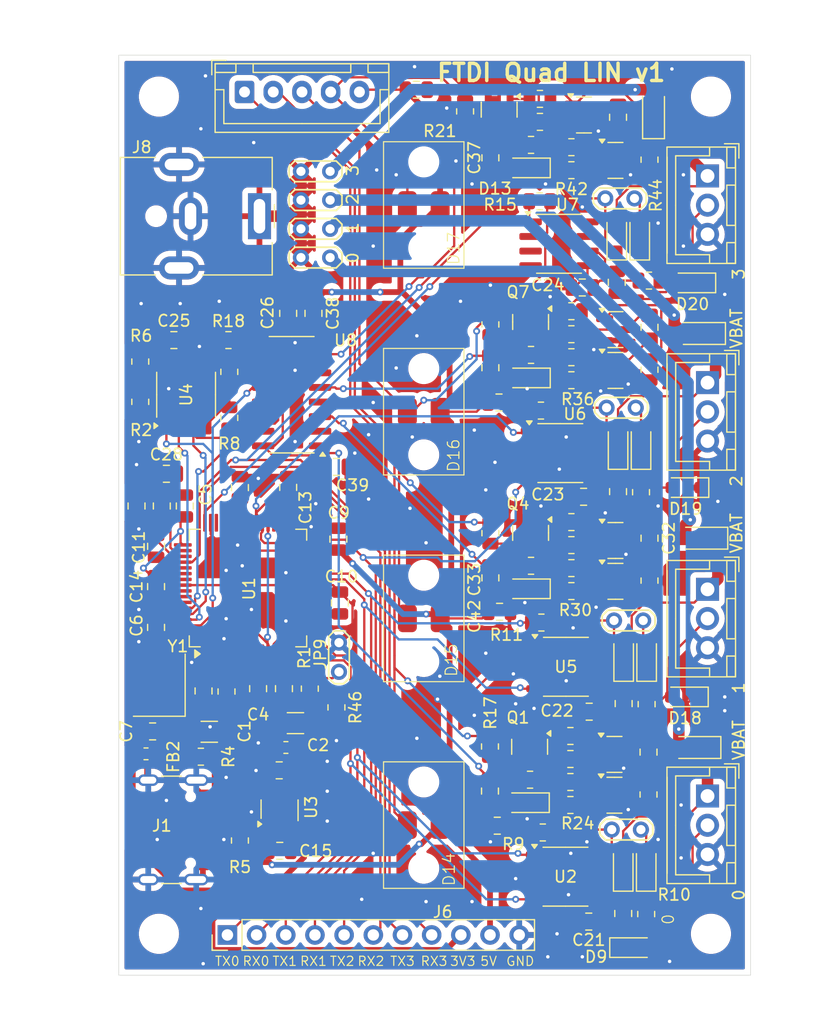
<source format=kicad_pcb>
(kicad_pcb (version 20240108) (generator "pcbnew") (generator_version "8.0")
  (layers (0 "F.Cu" signal) (31 "B.Cu" signal) (34 "B.Paste" user) (35 "F.Paste" user) (36 "B.SilkS" user "B.Silkscreen") (37 "F.SilkS" user "F.Silkscreen") (38 "B.Mask" user) (39 "F.Mask" user) (44 "Edge.Cuts" user))
  (net 0 "")
  (net 1 "+3V3")
  (net 2 "+1V8")
  (net 6 "Net-(U1-OSCI)")
  (net 7 "Net-(U1-OSCO)")
  (net 8 "+5V")
  (net 10 "GND")
  (net 13 "Net-(D2-K)")
  (net 16 "Net-(J1-CC1)")
  (net 18 "Net-(J1-CC2)")
  (net 20 "Net-(U1-REF)")
  (net 21 "Net-(U4-DO)")
  (net 44 "Net-(D4-K)")
  (net 45 "Net-(D6-K)")
  (net 46 "Net-(D8-K)")
  (net 53 "Net-(D2-A)")
  (net 54 "Net-(D4-A)")
  (net 55 "Net-(D6-A)")
  (net 56 "Net-(D8-A)")
  (net 59 "/eeprom/EECS")
  (net 60 "/eeprom/EECLK")
  (net 61 "/eeprom/EEDATA")
  (net 62 "/VBAT0")
  (net 63 "/PWREN")
  (net 64 "/VBAT1")
  (net 65 "/VBAT2")
  (net 66 "/VBAT3")
  (net 72 "/LIN 0/LIN")
  (net 73 "/LIN 1/LIN")
  (net 74 "/LIN 2/LIN")
  (net 75 "/LIN 3/LIN")
  (net 76 "/LIN1_RXD")
  (net 77 "/LIN3_RXD")
  (net 78 "/LIN3_TXD")
  (net 79 "/LIN0_TXD")
  (net 80 "/LIN0_RXD")
  (net 81 "/LIN2_RXD")
  (net 82 "/LIN2_TXD")
  (net 83 "/LIN1_TXD")
  (net 84 "/USB_D+")
  (net 85 "/USB_D-")
  (net 86 "Net-(U1-VPHY)")
  (net 87 "Net-(U1-VPLL)")
  (net 88 "+12V")
  (net 89 "Net-(JP9-A)")
  (net 90 "Net-(Q2-C)")
  (net 91 "Net-(Q3-B)")
  (net 92 "Net-(D11-A)")
  (net 93 "/leds_indication/led_indication_0/INDICATION")
  (net 94 "Net-(Q6-B)")
  (net 95 "Net-(Q5-C)")
  (net 96 "Net-(D12-A)")
  (net 97 "/leds_indication/led_indication_1/INDICATION")
  (net 98 "Net-(Q8-C)")
  (net 99 "Net-(Q9-B)")
  (net 100 "Net-(D10-A)")
  (net 101 "/leds_indication/led_indication_2/INDICATION")
  (net 102 "Net-(Q11-C)")
  (net 103 "Net-(Q12-B)")
  (net 104 "/leds_indication/led_indication_3/INDICATION")
  (net 105 "Net-(D13-A)")
  (net 106 "Net-(D1-A)")
  (net 107 "Net-(D22-K)")
  (net 108 "Net-(D23-K)")
  (net 109 "Net-(D24-K)")
  (net 110 "Net-(D10-K)")
  (net 111 "Net-(D11-K)")
  (net 112 "Net-(D12-K)")
  (net 113 "Net-(D13-K)")
  (net 114 "/leds_indication/led_indication_0/LED")
  (net 115 "Net-(Q1-B)")
  (net 116 "Net-(Q3-C)")
  (net 117 "Net-(Q4-B)")
  (net 118 "/leds_indication/led_indication_1/LED")
  (net 119 "Net-(Q6-C)")
  (net 120 "/leds_indication/led_indication_2/LED")
  (net 121 "Net-(Q7-B)")
  (net 122 "Net-(Q9-C)")
  (net 123 "/leds_indication/led_indication_3/LED")
  (net 124 "Net-(Q10-B)")
  (net 125 "Net-(Q12-C)")
  (net 126 "Net-(D14-K)")
  (net 127 "Net-(D15-K)")
  (net 128 "Net-(D16-K)")
  (net 129 "Net-(D17-K)")
  (net 130 "Net-(D21-A)")
  (net 131 "Net-(D22-A)")
  (net 132 "Net-(D23-A)")
  (net 133 "Net-(D24-A)")
  (footprint "Diode_SMD:D_SOD-323_HandSoldering" (layer "F.Cu") (at 124.6 57.8 90)
    (property "Reference" "D7" (hide yes))
    (property "Value" "~" (hide yes))
  )
  (footprint "Resistor_SMD:R_0805_2012Metric" (layer "F.Cu") (at 117.0525 105)
    (property "Reference" "R27" (hide yes))
    (property "Value" "10k")
  )
  (footprint "Capacitor_SMD:C_0805_2012Metric" (layer "F.Cu") (at 86.05 66.775)
    (property "Reference" "C25")
    (property "Value" "100nF")
  )
  (footprint "Diode_SMD:Nexperia_CFP3_SOD-123W" (layer "F.Cu") (at 132 84 180)
    (property "Reference" "D22" (hide yes))
    (property "Value" "PMEG4050EP")
  )
  (footprint "Diode_SMD:D_SOD-323_HandSoldering" (layer "F.Cu") (at 116.8 51.8 180)
    (property "Reference" "D13")
    (property "Value" "1N4148W")
  )
  (footprint "Resistor_SMD:R_0805_2012Metric" (layer "F.Cu") (at 117.1375 68.0625)
    (property "Reference" "R39" (hide yes))
    (property "Value" "10k")
  )
  (footprint "Capacitor_SMD:C_0805_2012Metric" (layer "F.Cu") (at 87 81.2 90)
    (property "Reference" "C5")
    (property "Value" "3.3uF")
  )
  (footprint "Capacitor_SMD:C_0805_2012Metric" (layer "F.Cu") (at 96 79.58241 90)
    (property "Reference" "C13")
    (property "Value" "100nF")
  )
  (footprint "Package_SO:SOIC-16_3.9x9.9mm_P1.27mm" (layer "F.Cu") (at 96.3 71.525 180)
    (property "Reference" "U8")
    (property "Value" "74HC595")
  )
  (footprint "Resistor_SMD:R_0805_2012Metric" (layer "F.Cu") (at 127.45 87.6875 -90)
    (property "Reference" "R32" (hide yes))
    (property "Value" "10k")
  )
  (footprint "Diode_SMD:D_SOD-323_HandSoldering" (layer "F.Cu") (at 125.2 94.43125 90)
    (property "Reference" "D3" (hide yes))
    (property "Value" "~" (hide yes))
  )
  (footprint "Capacitor_SMD:C_0805_2012Metric" (layer "F.Cu") (at 82.8 81.2 90)
    (property "Reference" "C29" (hide yes))
    (property "Value" "100nF")
  )
  (footprint "Crystal:Crystal_SMD_TXC_7M-4Pin_3.2x2.5mm_HandSoldering" (layer "F.Cu") (at 84.78241 96.78241 90)
    (property "Reference" "Y1")
    (property "Value" "12Mhz")
  )
  (footprint "MountingHole:MountingHole_3.2mm_M3" (layer "F.Cu") (at 132.8 118.4)
    (property "Reference" "H4" (hide yes))
    (property "Value" "MountingHole" (hide yes))
  )
  (footprint "Capacitor_SMD:C_0805_2012Metric" (layer "F.Cu") (at 93.38241 97.08241 -90)
    (property "Reference" "C4")
    (property "Value" "100nF")
  )
  (footprint "Resistor_SMD:R_0805_2012Metric" (layer "F.Cu") (at 117.1375 86.4)
    (property "Reference" "R33" (hide yes))
    (property "Value" "10k")
  )
  (footprint "Diode_SMD:D_SOD-323_HandSoldering" (layer "F.Cu") (at 116.715 107 180)
    (property "Reference" "D11" (hide yes))
    (property "Value" "1N4148W")
  )
  (footprint "Connector_BarrelJack:BarrelJack_CUI_PJ-063AH_Horizontal" (layer "F.Cu") (at 93.5 56 -90)
    (property "Reference" "J8")
    (property "Value" "Barrel_Jack_MountingPin" (hide yes))
  )
  (footprint "Capacitor_SMD:C_0805_2012Metric_Pad1.18x1.45mm_HandSolder" (layer "F.Cu") (at 113.6 50.925 -90)
    (property "Reference" "C37")
    (property "Value" "100n")
  )
  (footprint "Package_TO_SOT_SMD:SOT-23" (layer "F.Cu") (at 124.485 51.15)
    (property "Reference" "Q12" (hide yes))
    (property "Value" "MMBT2222A")
  )
  (footprint "TestPoint:TestPoint_2Pads_Pitch2.54mm_Drill0.8mm" (layer "F.Cu") (at 97.11 52.1)
    (property "Reference" "JP8" (hide yes))
    (property "Value" "Jumper_2_Open" (hide yes))
  )
  (footprint "Connector_JST:JST_XH_B5B-XH-A_1x05_P2.50mm_Vertical" (layer "F.Cu") (at 92.2 45.2)
    (property "Reference" "J7" (hide yes))
    (property "Value" "Conn_01x05")
  )
  (footprint "Resistor_SMD:R_0805_2012Metric" (layer "F.Cu") (at 83.125 72.14259 90)
    (property "Reference" "R2")
    (property "Value" "10k")
  )
  (footprint "Capacitor_SMD:C_1206_3216Metric_Pad1.33x1.80mm_HandSolder" (layer "F.Cu") (at 89.13241 100.83241)
    (property "Reference" "C1")
    (property "Value" "4.7uF")
  )
  (footprint "Capacitor_SMD:C_0805_2012Metric" (layer "F.Cu") (at 95.26759 111.185)
    (property "Reference" "C15")
    (property "Value" "1uF")
  )
  (footprint "Capacitor_SMD:C_0805_2012Metric" (layer "F.Cu") (at 88.63241 97.28241 -90)
    (property "Reference" "C3" (hide yes))
    (property "Value" "100nF")
  )
  (footprint "Package_TO_SOT_SMD:SOT-23" (layer "F.Cu") (at 117.1 65.2 -90)
    (property "Reference" "Q7")
    (property "Value" "MMBT2222A")
  )
  (footprint "Package_TO_SOT_SMD:SOT-23" (layer "F.Cu") (at 124.485 69.4125)
    (property "Reference" "Q9" (hide yes))
    (property "Value" "MMBT2222A")
  )
  (footprint "Resistor_SMD:R_0805_2012Metric" (layer "F.Cu") (at 113.565 102.1125 -90)
    (property "Reference" "R17")
    (property "Value" "1k")
  )
  (footprint "Resistor_SMD:R_0805_2012Metric" (layer "F.Cu") (at 120.65 86.6 180)
    (property "Reference" "R29" (hide yes))
    (property "Value" "1M")
  )
  (footprint "Capacitor_SMD:C_0805_2012Metric" (layer "F.Cu") (at 95.21759 104.185 180)
    (property "Reference" "C16" (hide yes))
    (property "Value" "1uF")
  )
  (footprint "Capacitor_SMD:C_0805_2012Metric" (layer "F.Cu") (at 100.36759 84.08241 90)
    (property "Reference" "C9")
    (property "Value" "100nF")
  )
  (footprint "Diode_SMD:D_SOD-323_HandSoldering" (layer "F.Cu") (at 124.7125 76 90)
    (property "Reference" "D5" (hide yes))
    (property "Value" "~" (hide yes))
  )
  (footprint "TestPoint:TestPoint_2Pads_Pitch2.54mm_Drill0.8mm" (layer "F.Cu") (at 123.6 54.455)
    (property "Reference" "JP4" (hide yes))
    (property "Value" "LIN master")
  )
  (footprint "Diode_SMD:D_SOD-323_HandSoldering" (layer "F.Cu") (at 131.2 61.8 180)
    (property "Reference" "D20")
    (property "Value" "ESD1LIN24")
  )
  (footprint "Diode_SMD:D_SOD-323_HandSoldering" (layer "F.Cu") (at 125.1625 112.6825 90)
    (property "Reference" "D1" (hide yes))
    (property "Value" "~" (hide yes))
  )
  (footprint "TestPoint:TestPoint_2Pads_Pitch2.54mm_Drill0.8mm" (layer "F.Cu") (at 97.11 57.1)
    (property "Reference" "JP6" (hide yes))
    (property "Value" "Jumper_2_Open" (hide yes))
  )
  (footprint "Capacitor_SMD:C_0805_2012Metric" (layer "F.Cu") (at 114.35 72.2)
    (property "Reference" "C40" (hide yes))
    (property "Value" "100nF")
  )
  (footprint "Capacitor_SMD:C_0805_2012Metric" (layer "F.Cu") (at 85.4 78.4)
    (property "Reference" "C28")
    (property "Value" "100nF")
  )
  (footprint "Connector_USB:USB_C_Receptacle_GCT_USB4105-xx-A_16P_TopMnt_Horizontal" (layer "F.Cu") (at 84.895 109.36 -90)
    (property "Reference" "J1")
    (property "Value" "USB_C_Receptacle_USB2.0_16P" (hide yes))
  )
  (footprint "Capacitor_SMD:C_0805_2012Metric" (layer "F.Cu") (at 121.7125 80.4 180)
    (property "Reference" "C23")
    (property "Value" "1nF")
  )
  (footprint "Package_QFP:LQFP-64_10x10mm_P0.5mm" (layer "F.Cu") (at 92.5 88.33241 90)
    (property "Reference" "U1")
    (property "Value" "FT4232H")
  )
  (footprint "Diode_SMD:D_SOD-323_HandSoldering" (layer "F.Cu") (at 127.2 94.43125 90)
    (property "Reference" "D4" (hide yes))
    (property "Value" "~" (hide yes))
  )
  (footprint "Resistor_SMD:R_0805_2012Metric" (layer "F.Cu") (at 117.8875 54.705 180)
    (property "Reference" "R15")
    (property "Value" "10k")
  )
  (footprint "Capacitor_SMD:C_0805_2012Metric" (layer "F.Cu") (at 84.5 88.20741 -90)
    (property "Reference" "C14")
    (property "Value" "100nF")
  )
  (footprint "Diode_SMD:D_SOD-323_HandSoldering" (layer "F.Cu") (at 130.6 79.6 180)
    (property "Reference" "D19")
    (property "Value" "ESD1LIN24")
  )
  (footprint "Diode_SMD:Nexperia_CFP3_SOD-123W" (layer "F.Cu") (at 131.8 66.2 180)
    (property "Reference" "D23" (hide yes))
    (property "Value" "PMEG4050EP")
  )
  (footprint "Capacitor_SMD:C_0805_2012Metric" (layer "F.Cu") (at 125.1625 116.6325 -90)
    (property "Reference" "C17" (hide yes))
    (property "Value" "100nF")
  )
  (footprint "Capacitor_SMD:C_1206_3216Metric_Pad1.33x1.80mm_HandSolder" (layer "F.Cu") (at 96.63241 100.08241)
    (property "Reference" "C2")
    (property "Value" "4.7uF")
  )
  (footprint "TestPoint:TestPoint_2Pads_Pitch2.54mm_Drill0.8mm" (layer "F.Cu") (at 97.11 54.6)
    (property "Reference" "JP7" (hide yes))
    (property "Value" "Jumper_2_Open" (hide yes))
  )
  (footprint "Diode_SMD:D_SOD-323_HandSoldering" (layer "F.Cu") (at 116.8 88.4 180)
    (property "Reference" "D12" (hide yes))
    (property "Value" "1N4148W")
  )
  (footprint "Resistor_SMD:R_0805_2012Metric" (layer "F.Cu") (at 120.65 70.2625 180)
    (property "Reference" "R36")
    (property "Value" "10k")
  )
  (footprint "Resistor_SMD:R_0805_2012Metric" (layer "F.Cu") (at 120.65 82.6 180)
    (property "Reference" "R31" (hide yes))
    (property "Value" "10k")
  )
  (footprint "Resistor_SMD:R_0805_2012Metric" (layer "F.Cu") (at 120.65 68.2625 180)
    (property "Reference" "R35" (hide yes))
    (property "Value" "1M")
  )
  (footprint "Capacitor_SMD:C_0805_2012Metric" (layer "F.Cu") (at 95.63241 97.08241 -90)
    (property "Reference" "C12" (hide yes))
    (property "Value" "100nF")
  )
  (footprint "Capacitor_SMD:C_0805_2012Metric" (layer "F.Cu") (at 125.2 98.38125 -90)
    (property "Reference" "C18" (hide yes))
    (property "Value" "100nF")
  )
  (footprint "Resistor_SMD:R_0805_2012Metric" (layer "F.Cu") (at 117.9125 47.8 180)
    (property "Reference" "R40" (hide yes))
    (property "Value" "10k")
  )
  (footprint "TestPoint:TestPoint_2Pads_Pitch2.54mm_Drill0.8mm" (layer "F.Cu") (at 123.7125 72.655)
    (property "Reference" "JP3" (hide yes))
    (property "Value" "LIN master")
  )
  (footprint "Package_TO_SOT_SMD:SOT-23" (layer "F.Cu") (at 124.485 87.75)
    (property "Reference" "Q6" (hide yes))
    (property "Value" "MMBT2222A")
  )
  (footprint "Resistor_SMD:R_0805_2012Metric" (layer "F.Cu") (at 127.2 98.43125 -90)
    (property "Reference" "R12" (hide yes))
    (property "Value" "1k")
  )
  (footprint "Resistor_SMD:R_0805_2012Metric" (layer "F.Cu") (at 120.65 64.2625 180)
    (property "Reference" "R37" (hide yes))
    (property "Value" "10k")
  )
  (footprint "Resistor_SMD:R_0805_2012Metric" (layer "F.Cu") (at 120.65 52 180)
    (property "Reference" "R42")
    (property "Value" "10k")
  )
  (footprint "Capacitor_SMD:C_0805_2012Metric_Pad1.18x1.45mm_HandSolder" (layer "F.Cu") (at 124.7125 47.4 -90)
    (property "Reference" "C36" (hide yes))
    (property "Value" "220n")
  )
  (footprint "TestPoint:TestPoint_2Pads_Pitch2.54mm_Drill0.8mm" (layer "F.Cu") (at 124.36 91.15625)
    (property "Reference" "JP2" (hide yes))
    (property "Value" "LIN master")
  )
  (footprint "Capacitor_SMD:C_0805_2012Metric" (layer "F.Cu") (at 107.15 45)
    (property "Reference" "C41" (hide yes))
    (property "Value" "100nF")
  )
  (footprint "Resistor_SMD:R_0805_2012Metric" (layer "F.Cu") (at 127.365 106.2875 -90)
    (property "Reference" "R26" (hide yes))
    (property "Value" "10k")
  )
  (footprint "Resistor_SMD:R_0805_2012Metric" (layer "F.Cu") (at 120.565 101.2 180)
    (property "Reference" "R25" (hide yes))
    (property "Value" "10k")
  )
  (footprint "Package_SO:SOIC-8_3.9x4.9mm_P1.27mm" (layer "F.Cu") (at 87.115 71.525 90)
    (property "Reference" "U4")
    (property "Value" "93CxxB")
  )
  (footprint "Capacitor_SMD:C_0805_2012Metric" (layer "F.Cu") (at 96 64.45 -90)
    (property "Reference" "C26")
    (property "Value" "100nF")
  )
  (footprint "Diode_SMD:Nexperia_CFP3_SOD-123W" (layer "F.Cu") (at 131.4 102.2 180)
    (property "Reference" "D21" (hide yes))
    (property "Value" "PMEG4050EP")
  )
  (footprint "MountingHole:MountingHole_3.2mm_M3" (layer "F.Cu") (at 84.75 118.4)
    (property "Reference" "H3" (hide yes))
    (property "Value" "MountingHole" (hide yes))
  )
  (footprint "ftdi_quad_lin:lin_connector" (layer "F.Cu") (at 132.5 70.473333 -90)
    (property "Reference" "J4" (hide yes))
    (property "Value" "Screw_Terminal_01x03")
  )
  (footprint "Resistor_SMD:R_0805_2012Metric" (layer "F.Cu") (at 113.6 83.5625 -90)
    (property "Reference" "R19" (hide yes))
    (property "Value" "1k")
  )
  (footprint "Resistor_SMD:R_0805_2012Metric" (layer "F.Cu") (at 117.9125 45.8 180)
    (property "Reference" "R43" (hide yes))
    (property "Value" "10k")
  )
  (footprint "Resistor_SMD:R_0805_2012Metric" (layer "F.Cu") (at 97.88241 97.08241 -90)
    (property "Reference" "R1")
    (property "Value" "1k")
  )
  (footprint "Package_SO:SOIC-8_3.9x4.9mm_P1.27mm" (layer "F.Cu") (at 119.6875 76.6)
    (property "Reference" "U6")
    (property "Value" "TJA1029T")
  )
  (footprint "Capacitor_SMD:C_0805_2012Metric_Pad1.18x1.45mm_HandSolder" (layer "F.Cu") (at 127.365 102.6 -90)
    (property "Reference" "C30" (hide yes))
    (property "Value" "220n")
  )
  (footprint "Resistor_SMD:R_0805_2012Metric" (layer "F.Cu") (at 90.63241 97.33241 90)
    (property "Reference" "R3" (hide yes))
    (property "Value" "12k")
  )
  (footprint "Package_TO_SOT_SMD:SOT-23" (layer "F.Cu") (at 114.3625 46.7375 -90)
    (property "Reference" "Q10" (hide yes))
    (property "Value" "MMBT2222A")
  )
  (footprint "ftdi_quad_lin:lin_connector" (layer "F.Cu") (at 132.5 52.5 -90)
    (property "Reference" "J5" (hide yes))
    (property "Value" "Screw_Terminal_01x03")
  )
  (footprint "ftdi_quad_lin:lin_connector" (layer "F.Cu") (at 132.5 106.42 -90)
    (property "Reference" "J2" (hide yes))
    (property "Value" "Screw_Terminal_01x03")
  )
  (footprint "Resistor_SMD:R_0805_2012Metric" (layer "F.Cu") (at 83.125 68.64259 90)
    (property "Reference" "R6")
    (property "Value" "10k")
  )
  (footprint "Resistor_SMD:R_0805_2012Metric" (layer "F.Cu") (at 111.4 46.8875 -90)
    (property "Reference" "R21")
    (property "Value" "1k")
  )
  (footprint "Connector_PinHeader_2.54mm:PinHeader_1x11_P2.54mm_Vertical" (layer "F.Cu") (at 90.71 118.5 90)
    (property "Reference" "J6")
    (property "Value" "Conn_01x10" (hide yes))
  )
  (footprint "ftdi_quad_lin:1216.1002" (layer "F.Cu") (at 107.8 108.946667 90)
    (property "Reference" "D14")
    (property "Value" "LED")
  )
  (footprint "Resistor_SMD:R_0805_2012Metric" (layer "F.Cu") (at 118.0375 91.33625 180)
    (property "Reference" "R11")
    (property "Value" "10k")
  )
  (footprint "Resistor_SMD:R_0805_2012Metric" (layer "F.Cu") (at 120.65 50 180)
    (property "Reference" "R41" (hide yes))
    (property "Value" "1M")
  )
  (footprint "Capacitor_SMD:C_0805_2012Metric_Pad1.18x1.45mm_HandSolder" (layer "F.Cu") (at 113.6 87.45 -90)
    (property "Reference" "C33")
    (property "Value" "100n")
  )
  (footprint "Resistor_SMD:R_0805_2012Metric" (layer "F.Cu") (at 120.565 107.2 180)
    (property "Reference" "R24")
    (property "Value" "10k")
  )
  (footprint "Package_TO_SOT_SMD:SOT-23" (layer "F.Cu") (at 124.4 102.8)
    (property "Reference" "Q2" (hide yes))
    (property "Value" "MMBT2222A")
  )
  (footprint "TestPoint:TestPoint_2Pads_Pitch2.54mm_Drill0.8mm" (layer "F.Cu") (at 100.42241 95.62241 90)
    (property "Reference" "JP9")
    (property "Value" "Jumper_2_Open")
  )
  (footprint "Package_TO_SOT_SMD:SOT-23" (layer "F.Cu") (at 117.1 83.5375 -90)
    (property "Reference" "Q4")
    (property "Value" "MMBT2222A")
  )
  (footprint "Package_TO_SOT_SMD:SOT-23-5_HandSoldering" (layer "F.Cu") (at 95.25 107.66 90)
    (property "Reference" "U3")
    (property "Value" "AP2112K-3.3")
  )
  (footprint "Resistor_SMD:R_0805_2012Metric" (layer "F.Cu") (at 91.8 110.2875 90)
    (property "Reference" "R5")
    (property "Value" "5.1k")
  )
  (footprint "Resistor_SMD:R_0805_2012Metric" (layer "F.Cu") (at 90.8 66.775)
    (property "Reference" "R18")
    (property "Value" "10k")
  )
  (footprint "Capacitor_SMD:C_0805_2012Metric" (layer "F.Cu") (at 124.6 61.75 -90)
    (property "Reference" "C20" (hide yes))
    (property "Value" "100nF")
  )
  (footprint "Capacitor_SMD:C_0805_2012Metric" (layer "F.Cu") (at 91.8 79.6 90)
    (property "Reference" "C8" (hide yes))
    (property "Value" "100nF")
  )
  (footprint "Resistor_SMD:R_0805_2012Metric" (layer "F.Cu") (at 120.65 84.6 180)
    (property "Reference" "R28" (hide yes))
    (property "Value" "10k")
  )
  (footprint "Resistor_SMD:R_0805_2012Metric" (layer "F.Cu") (at 127.1625 116.6825 -90)
    (property "Reference" "R10")
    (property "Value" "1k")
  )
  (footprint "Diode_SMD:D_SOD-323_HandSoldering" (layer "F.Cu") (at 130.55 97.8 180)
    (property "Reference" "D18")
    (property "Value" "ESD1LIN24")
  )
  (footprint "Resistor_SMD:R_0805_2012Metric" (layer "F.Cu") (at 126.7125 80 -90)
    (property "Reference" "R14" (hide yes))
    (property "Value" "1k")
  )
  (footprint "Diode_SMD:D_SOD-323_HandSoldering" (layer "F.Cu") (at 116.8 70.0625 180)
    (property "Reference" "D10" (hide yes))
    (property "Value" "1N4148W")
  )
  (footprint "Package_TO_SOT_SMD:SOT-23" (layer "F.Cu") (at 124.485 65.8625)
    (property "Reference" "Q8" (hide yes))
    (property "Value" "MMBT2222A")
  )
  (footprint "Resistor_SMD:R_0805_2012Metric" (layer "F.Cu") (at 88.4 103 180)
    (property "Reference" "R4")
    (property "Value" "5.1k")
  )
  (footprint "MountingHole:MountingHole_3.2mm_M3" (layer "F.Cu") (at 84.75 45.6)
    (property "Reference" "H2" (hide yes))
    (property "Value" "MountingHole" (hide yes))
  )
  (footprint "ftdi_quad_lin:1216.1002" (layer "F.Cu") (at 107.8 55.026667 90)
    (property "Reference" "D17")
    (property "Value" "LED")
  )
  (footprint "Resistor_SMD:R_0805_2012Metric" (layer "F.Cu") (at 127.4 61.6 180)
    (property "Reference" "R16" (hide yes))
    (property "Value" "1k")
  )
  (footprint "Capacitor_SMD:C_0805_2012Metric" (layer "F.Cu") (at 121.6 62.2 180)
    (property "Reference" "C24")
    (property "Value" "1nF")
  )
  (footprint "Capacitor_SMD:C_0805_2012Metric_Pad1.18x1.45mm_HandSolder" (layer "F.Cu") (at 113.565 105.9875 -90)
    (property "Reference" "C31" (hide yes))
    (property "Value" "100n")
  )
  (footprint "Resistor_SMD:R_0805_2012Metric" (layer "F.Cu") (at 113.6 65.4125 -90)
    (property "Reference" "R20" (hide yes))
    (property "Value" "1k")
  )
  (footprint "Package_SO:SOIC-8_3.9x4.9mm_P1.27mm" (layer "F.Cu") (at 120.175 95.18125)
    (property "Reference" "U5")
    (property "Value" "TJA1029T")
  )
  (footprint "Package_TO_SOT_SMD:SOT-23" (layer "F.Cu") (at 124.485 84.2)
    (property "Reference" "Q5" (hide yes))
    (property "Value" "MMBT2222A")
  )
  (footprint "Resistor_SMD:R_0805_2012Metric" (layer "F.Cu") (at 90.875 69.535 90)
    (property "Reference" "R7" (hide yes))
    (property "Value" "10k")
  )
  (footprint "Capacitor_SMD:C_0805_2012Metric_Pad1.18x1.45mm_HandSolder" (layer "F.Cu") (at 127.45 65.6625 -90)
    (property "Reference" "C34" (hide yes))
    (property "Value" "220n")
  )
  (footprint "Capacitor_SMD:C_0805_2012Metric_Pad1.18x1.45mm_HandSolder" (layer "F.Cu") (at 113.6 69.175 -90)
    (property "Reference" "C35" (hide yes))
    (property "Value" "100n")
  )
  (footprint "Inductor_SMD:L_0603_1608Metric_Pad1.05x0.95mm_HandSolder" (layer "F.Cu") (at 95.8 102.2 180)
    (property "Reference" "FB3" (hide yes))
    (property "Value" "600R/0.5A")
  )
  (footprint "TestPoint:TestPoint_2Pads_Pitch2.54mm_Drill0.8mm" (layer "F.Cu") (at 124.1625 109.3375)
    (property "Reference" "JP1" (hide yes))
    (property "Value" "LIN master")
  )
  (footprint "Resistor_SMD:R_0805_2012Metric" (layer "F.Cu") (at 127.45 51.0875 -90)
    (property "Reference" "R44")
    (property "Value" "10k")
  )
  (footprint "Package_SO:SOIC-8_3.9x4.9mm_P1.27mm" (layer "F.Cu") (at 119.575 58.4)
    (property "Reference" "U7")
    (property "Value" "TJA1029T")
  )
  (footprint "Package_SO:SOIC-8_3.9x4.9mm_P1.27mm" (layer "F.Cu") (at 120.1375 113.4325)
    (property "Reference" "U2")
    (property "Value" "TJA1029T")
  )
  (footprint "Package_TO_SOT_SMD:SOT-23" (layer "F.Cu") (at 117.015 102.1375 -90)
    (property "Reference" "Q1")
    (property "Value" "MMBT2222A")
  )
  (footprint "Capacitor_SMD:C_0805_2012Metric" (layer "F.Cu") (at 98.2 64.45 -90)
    (property "Reference" "C38")
    (property "Value" "100nF")
  )
  (footprint "Resistor_SMD:R_0805_2012Metric" (layer "F.Cu") (at 118 72.905 180)
    (property "Reference" "R13" (hide yes))
    (property "Value" "10k")
  )
  (footprint "Capacitor_SMD:C_0805_2012Metric" (layer "F.Cu") (at 85 81.2 90)
    (property "Reference" "C27" (hide yes))
    (property "Value" "100nF")
  )
  (footprint "Resistor_SMD:R_0805_2012Metric" (layer "F.Cu") (at 90.875 73.535 90)
    (property "Reference" "R8")
    (property "Value" "2.2k")
  )
  (footprint "Resistor_SMD:R_0805_2012Metric" (layer "F.Cu") (at 127.45 69.35 -90)
    (property "Reference" "R38" (hide yes))
    (property "Value" "10k")
  )
  (footprint "Capacitor_SMD:C_0805_2012Metric" (layer "F.Cu") (at 114.4 90.4)
    (property "Reference" "C42")
    (property "Value" "100nF")
  )
  (footprint "Capacitor_SMD:C_0805_2012Metric" (layer "F.Cu") (at 122.2 99.08625 180)
    (property "Reference" "C22")
    (property "Value" "1nF")
  )
  (footprint "Resistor_SMD:R_0805_2012Metric" (layer "F.Cu") (at 120.65 88.6 180)
    (property "Reference" "R30")
    (property "Value" "10k")
  )
  (footprint "ftdi_quad_lin:1216.1002" (layer "F.Cu") (at 107.8 73 90)
    (property "Reference" "D16")
    (property "Value" "LED")
  )
  (footprint "Capacitor_SMD:C_0805_2012Metric_Pad1.18x1.45mm_HandSolder" (layer "F.Cu") (at 127.45 84 -90)
    (property "Reference" "C32")
    (property "Value" "220n")
  )
  (footprint "Capacitor_SMD:C_0805_2012Metric" (layer "F.Cu") (at 84.5 91.75741 90)
    (property "Reference" "C6")
    (property "Value" "18pF")
  )
  (footprint "Resistor_SMD:R_0805_2012Metric" (layer "F.Cu") (at 100.2 98.7125 -90)
    (property "Reference" "R46")
    (property "Value" "100k")
  )
  (footprint "Capacitor_SMD:C_0805_2012Metric" (layer "F.Cu") (at 100.2 77.8)
    (property "Reference" "C39")
    (property "Value" "100nF")
  )
  (footprint "Package_TO_SOT_SMD:SOT-23" (layer "F.Cu") (at 121.7475 47.2)
    (property "Reference" "Q11" (hide yes))
    (property "Value" "MMBT2222A")
  )
  (footprint "Capacitor_SMD:C_0805_2012Metric" (layer "F.Cu") (at 100.5 89.63241 90)
    (property "Reference" "C10")
    (property "Value" "100nF")
  )
  (footprint "Resistor_SMD:R_0805_2012Metric" (layer "F.Cu") (at 117.1375 49.8)
    (property "Reference" "R45" (hide yes))
    (property "Value" "10k")
  )
  (footprint "Package_TO_SOT_SMD:SOT-23" (layer "F.Cu") (at 124.4 106.35)
    (property "Reference" "Q3" (hide yes))
    (property "Value" "MMBT2222A")
  )
  (footprint "Capacitor_SMD:C_0805_2012Metric" (layer "F.Cu") (at 84.2 100.8 180)
    (property "Reference" "C7")
    (property "Value" "18pF")
  )
  (footprint "Capacitor_SMD:C_0805_2012Metric" (layer "F.Cu") (at 122.1625 117.3375 180)
    (property "Reference" "C21")
    (property "Value" "1nF")
  )
  (footprint "Diode_SMD:D_SOD-323_HandSoldering" (layer "F.Cu") (at 127.1625 112.6825 90)
    (property "Reference" "D2" (hide yes))
    (property "Value" "~" (hide yes))
  )
  (footprint "Inductor_SMD:L_0603_1608Metric_Pad1.05x0.95mm_HandSolder" (layer "F.Cu") (at 83.625 102.75)
    (property "Reference" "FB2")
    (property "Value" "600R/0.5A")
  )
  (footprint "ftdi_quad_lin:lin_connector" (layer "F.Cu") (at 132.5 88.446666 -90)
    (property "Reference" "J3" (hide yes))
    (property "Value" "Screw_Terminal_01x03")
  )
  (footprint "Resistor_SMD:R_0805_2012Metric" (layer "F.Cu") (at 118.1625 109.5875 180)
    (property "Reference" "R9")
    (property "Value" "10k")
  )
  (footprint "MountingHole:MountingHole_3.2mm_M3" (layer "F.Cu") (at 132.8 45.6)
    (property "Reference" "H1" (hide yes))
    (property "Value" "MountingHole" (hide yes))
  )
  (footprint "Resistor_SMD:R_0805_2012Metric" (layer "F.Cu") (at 120.565 103.2 180)
    (property "Reference" "R22" (hide yes))
    (property "Value" "10k")
  )
  (footprint "Diode_SMD:D_SOD-323_HandSoldering" (layer "F.Cu") (at 126 119.6)
    (property "Reference" "D9")
    (property "Value" "ESD1LIN24")
  )
  (footprint "Capacitor_SMD:C_0805_2012Metric" (layer "F.Cu") (at 124.7125 79.95 -90)
    (property "Reference" "C19" (hide yes))
    (property "Value" "100nF")
  )
  (footprint "Diode_SMD:D_SOD-323_HandSoldering" (layer "F.Cu") (at 126.6 57.8 90)
    (property "Reference" "D8" (hide yes))
    (property "Value" "~" (hide yes))
  )
  (footprint "Diode_SMD:Nexperia_CFP3_SOD-123W" (layer "F.Cu") (at 127.8 47 90)
    (property "Reference" "D24" (hide yes))
    (property "Value" "PMEG4050EP")
  )
  (footprint "Resistor_SMD:R_0805_2012Metric" (layer "F.Cu") (at 120.65 66.2625 180)
    (property "Reference" "R34" (hide yes))
    (property "Value" "10k")
  )
  (footprint "Diode_SMD:D_SOD-323_HandSoldering" (layer "F.Cu") (at 126.7125 76 90)
    (property "Reference" "D6" (hide yes))
    (property "Value" "~" (hide yes))
  )
  (footprint "Capacitor_SMD:C_0805_2012Metric" (layer "F.Cu") (at 84.5 84.70741 90)
    (property "Reference" "C11")
    (property "Value" "100nF")
  )
  (footprint "TestPoint:TestPoint_2Pads_Pitch2.54mm_Drill0.8mm" (layer "F.Cu") (at 97.11 59.6)
    (property "Reference" "JP5" (hide yes))
    (property "Value" "Jumper_2_Open" (hide yes))
  )
  (footprint "Resistor_SMD:R_0805_2012Metric" (layer "F.Cu") (at 120.565 105.2 180)
    (property "Reference" "R23" (hide yes))
    (property "Value" "1M")
  )
  (footprint "ftdi_quad_lin:1216.1002" (layer "F.Cu") (at 107.8 90.973333 90)
    (property "Reference" "D15")
    (property "Value" "LED")
  )
  (footprint "Capacitor_SMD:C_0805_2012Metric" (layer "F.Cu") (at 114.2 109)
    (property "Reference" "C43" (hide yes))
    (property "Value" "100nF")
  )
  (gr_rect (start 81.25 42) (end 136.25 122) (stroke (width 0.05)) (fill none) (layer "Edge.Cuts"))
  (gr_text "TX1" (at 95.7 121.25 0) (layer "F.SilkS") (effects (font (size 0.8 0.8) (thickness 0.1)) (justify bottom)))
  (gr_text "3" (at 135.8 61.6 90) (layer "F.SilkS") (effects (font (size 1 1)) (justify left bottom)))
  (gr_text "1" (at 135.8 97.6 90) (layer "F.SilkS") (effects (font (size 1 1)) (justify left bottom)))
  (gr_text "3V3" (at 111.2 121.25 0) (layer "F.SilkS") (effects (font (size 0.8 0.8) (thickness 0.1)) (justify bottom)))
  (gr_text "RX3" (at 108.7 121.25 0) (layer "F.SilkS") (effects (font (size 0.8 0.8) (thickness 0.1)) (justify bottom)))
  (gr_text "5V" (at 113.45 121.25 0) (layer "F.SilkS") (effects (font (size 0.8 0.8) (thickness 0.1)) (justify bottom)))
  (gr_text "TX0" (at 90.7 121.25 0) (layer "F.SilkS") (effects (font (size 0.8 0.8) (thickness 0.1)) (justify bottom)))
  (gr_text "FTDI Quad LIN v1" (at 108.8 44.4 0) (layer "F.SilkS") (effects (font (size 1.5 1.5) (thickness 0.3) (bold yes)) (justify left bottom)))
  (gr_text "0" (at 135.8 115.6 90) (layer "F.SilkS") (effects (font (size 1 1)) (justify left bottom)))
  (gr_text "RX2" (at 103.2 121.25 0) (layer "F.SilkS") (effects (font (size 0.8 0.8) (thickness 0.1)) (justify bottom)))
  (gr_text "TX3" (at 105.95 121.25 0) (layer "F.SilkS") (effects (font (size 0.8 0.8) (thickness 0.1)) (justify bottom)))
  (gr_text "VBAT" (at 135.8 103.4 90) (layer "F.SilkS") (effects (font (size 1 1)) (justify left bottom)))
  (gr_text "3" (at 102.2 52.6 90) (layer "F.SilkS") (effects (font (size 1 1)) (justify left bottom)))
  (gr_text "0" (at 102.2 60.2 90) (layer "F.SilkS") (effects (font (size 1 1)) (justify left bottom)))
  (gr_text "VBAT" (at 135.6 67.6 90) (layer "F.SilkS") (effects (font (size 1 1)) (justify left bottom)))
  (gr_text "GND" (at 116.2 121.25 0) (layer "F.SilkS") (effects (font (size 0.8 0.8) (thickness 0.1)) (justify bottom)))
  (gr_text "RX0" (at 93.2 121.25 0) (layer "F.SilkS") (effects (font (size 0.8 0.8) (thickness 0.1)) (justify bottom)))
  (gr_text "2" (at 135.6 79.6 90) (layer "F.SilkS") (effects (font (size 1 1)) (justify left bottom)))
  (gr_text "TX2" (at 100.7 121.25 0) (layer "F.SilkS") (effects (font (size 0.8 0.8) (thickness 0.1)) (justify bottom)))
  (gr_text "RX1" (at 98.2 121.25 0) (layer "F.SilkS") (effects (font (size 0.8 0.8) (thickness 0.1)) (justify bottom)))
  (gr_text "0" (at 129.6625 117.6825 90) (layer "F.SilkS") (effects (font (size 1 1) (thickness 0.1)) (justify left bottom)))
  (gr_text "2" (at 102.2 55.1 90) (layer "F.SilkS") (effects (font (size 1 1)) (justify left bottom)))
  (gr_text "VBAT" (at 135.6 85.4 90) (layer "F.SilkS") (effects (font (size 1 1)) (justify left bottom)))
  (gr_text "1" (at 102.2 57.6 90) (layer "F.SilkS") (effects (font (size 1 1)) (justify left bottom)))
  (segment (start 86.63 114.63) (end 82.47 110.47) (width 0.5) (layer "F.Cu") (net 1))
  (segment (start 95.2 113.495101) (end 95.629367 113.495101) (width 0.5) (layer "F.Cu") (net 1))
  (segment (start 83.825 79.025) (end 84.45 78.4) (width 0.2) (layer "F.Cu") (net 1))
  (segment (start 96.675 103.67759) (end 96.16759 104.185) (width 0.5) (layer "F.Cu") (net 1))
  (segment (start 86.01759 85.08241) (end 86.825 85.08241) (width 0.2) (layer "F.Cu") (net 1))
  (segment (start 109.73 119.8) (end 89.41 119.8) (width 0.5) (layer "F.Cu") (net 1))
  (segment (start 95.629367 113.495101) (end 97.375 111.749468) (width 0.5) (layer "F.Cu") (net 1))
  (segment (start 89.41 119.8) (end 89.41 117.2) (width 0.5) (layer "F.Cu") (net 1))
  (segment (start 96.675 102.2) (end 96.675 103.67759) (width 0.5) (layer "F.Cu") (net 1))
  (segment (start 85.75 84.81482) (end 86.01759 85.08241) (width 0.2) (layer "F.Cu") (net 1))
  (segment (start 82 102) (end 82.75 102.75) (width 0.5) (layer "F.Cu") (net 1))
  (segment (start 82.8 82.15) (end 83.825 81.125) (width 0.2) (layer "F.Cu") (net 1))
  (segment (start 89.41 117.2) (end 93.114899 113.495101) (width 0.5) (layer "F.Cu") (net 1))
  (segment (start 82.47 110.47) (end 82.47 103.03) (width 0.5) (layer "F.Cu") (net 1))
  (segment (start 85.75 83.28241) (end 85.75 84.81482) (width 0.2) (layer "F.Cu") (net 1))
  (segment (start 84.11482 82.15) (end 82.4 82.15) (width 0.2) (layer "F.Cu") (net 1))
  (segment (start 82.8 82.15) (end 85 82.15) (width 0.2) (layer "F.Cu") (net 1))
  (segment (start 83.825 81.125) (end 83.825 79.025) (width 0.2) (layer "F.Cu") (net 1))
  (segment (start 93.114899 113.495101) (end 95.2 113.495101) (width 0.5) (layer "F.Cu") (net 1))
  (segment (start 82 82.55) (end 82 102) (width 0.5) (layer "F.Cu") (net 1))
  (segment (start 95.2 113.495101) (end 90.504899 113.495101) (width 0.5) (layer "F.Cu") (net 1))
  (segment (start 97.375 105.39241) (end 96.16759 104.185) (width 0.5) (layer "F.Cu") (net 1))
  (segment (start 89.37 114.63) (end 86.63 114.63) (width 0.5) (layer "F.Cu") (net 1))
  (segment (start 90.504899 113.495101) (end 89.37 114.63) (width 0.5) (layer "F.Cu") (net 1))
  (segment (start 96.16759 104.44241) (end 94.3 106.31) (width 0.5) (layer "F.Cu") (net 1))
  (segment (start 84.5 82.03241) (end 85.75 83.28241) (width 0.2) (layer "F.Cu") (net 1))
  (segment (start 82.4 82.15) (end 82 82.55) (width 0.5) (layer "F.Cu") (net 1))
  (segment (start 96.675 102.2) (end 96.675 99.20232) (width 0.5) (layer "F.Cu") (net 1))
  (segment (start 82.47 103.03) (end 82.75 102.75) (width 0.5) (layer "F.Cu") (net 1))
  (segment (start 96.675 99.20232) (end 97.88241 97.99491) (width 0.5) (layer "F.Cu") (net 1))
  (segment (start 111.03 118.5) (end 109.73 119.8) (width 0.5) (layer "F.Cu") (net 1))
  (segment (start 97.375 111.749468) (end 97.375 105.39241) (width 0.5) (layer "F.Cu") (net 1))
  (segment (start 94.2 92.6) (end 94.2 93.95741) (width 0.2) (layer "F.Cu") (net 2))
  (segment (start 94.25 93.2) (end 93.13241 92.08241) (width 0.2) (layer "F.Cu") (net 2))
  (segment (start 86.63241 82.03241) (end 86.63241 83.4) (width 0.2) (layer "F.Cu") (net 2))
  (segment (start 86.825 92.08241) (end 86.01759 92.08241) (width 0.2) (layer "F.Cu") (net 2))
  (segment (start 94.25 94.81482) (end 94.25 94.00741) (width 0.2) (layer "F.Cu") (net 2))
  (segment (start 95.56759 80.53241) (end 94.25 81.85) (width 0.2) (layer "F.Cu") (net 2))
  (segment (start 94.25 81.85) (end 94.25 82.65741) (width 0.2) (layer "F.Cu") (net 2))
  (segment (start 94.25 82.65741) (end 94.25 83.80442) (width 0.2) (layer "F.Cu") (net 2))
  (segment (start 86.01759 92.08241) (end 85.525 91.58982) (width 0.2) (layer "F.Cu") (net 2))
  (segment (start 85.525 88.28241) (end 84.5 87.25741) (width 0.2) (layer "F.Cu") (net 2))
  (segment (start 84.05741 87.25741) (end 83.4 86.6) (width 0.2) (layer "F.Cu") (net 2))
  (segment (start 94.25 83.80442) (end 94.231189 83.823231) (width 0.2) (layer "F.Cu") (net 2))
  (segment (start 94.25 94.00741) (end 94.25 93.2) (width 0.2) (layer "F.Cu") (net 2))
  (segment (start 86.63241 84.38982) (end 86.825 84.58241) (width 0.2) (layer "F.Cu") (net 2))
  (segment (start 86.63241 83.4) (end 86.63241 84.38982) (width 0.2) (layer "F.Cu") (net 2))
  (segment (start 93.13241 92.08241) (end 86.825 92.08241) (width 0.2) (layer "F.Cu") (net 2))
  (segment (start 95.56759 96.13241) (end 94.25 94.81482) (width 0.2) (layer "F.Cu") (net 2))
  (segment (start 85.525 91.58982) (end 85.525 88.28241) (width 0.2) (layer "F.Cu") (net 2))
  (via (at 86.63241 83.4) (size 0.6) (drill 0.3) (layers "F.Cu" "B.Cu") (net 2))
  (via (at 83.4 86.6) (size 0.6) (drill 0.3) (layers "F.Cu" "B.Cu") (net 2))
  (via (at 94.2 92.6) (size 0.6) (drill 0.3) (layers "F.Cu" "B.Cu") (net 2))
  (via (at 94.231189 83.823231) (size 0.6) (drill 0.3) (layers "F.Cu" "B.Cu") (net 2))
  (segment (start 94.231189 83.823231) (end 94.231189 92.568811) (width 0.2) (layer "B.Cu") (net 2))
  (segment (start 83.4 86.6) (end 83.43241 86.6) (width 0.2) (layer "B.Cu") (net 2))
  (segment (start 94.231189 92.568811) (end 94.2 92.6) (width 0.2) (layer "B.Cu") (net 2))
  (segment (start 83.43241 86.6) (end 86.63241 83.4) (width 0.2) (layer "B.Cu") (net 2))
  (segment (start 83.63241 95.33241) (end 83.63241 93.575) (width 0.2) (layer "F.Cu") (net 6))
  (segment (start 83.63241 93.575) (end 84.5 92.70741) (width 0.2) (layer "F.Cu") (net 6))
  (segment (start 84.5 92.70741) (end 88.75741 92.70741) (width 0.2) (layer "F.Cu") (net 6))
  (segment (start 89.25 93.2) (end 89.25 94.00741) (width 0.2) (layer "F.Cu") (net 6))
  (segment (start 88.75741 92.70741) (end 89.25 93.2) (width 0.2) (layer "F.Cu") (net 6))
  (segment (start 87.13241 96.322666) (end 87.13241 97.03241) (width 0.2) (layer "F.Cu") (net 7))
  (segment (start 88.372666 95.08241) (end 87.13241 96.322666) (width 0.2) (layer "F.Cu") (net 7))
  (segment (start 85.93241 99.68241) (end 84.78241 100.83241) (width 0.2) (layer "F.Cu") (net 7))
  (segment (start 87.13241 97.03241) (end 85.93241 98.23241) (width 0.2) (layer "F.Cu") (net 7))
  (segment (start 85.93241 98.23241) (end 85.93241 99.68241) (width 0.2) (layer "F.Cu") (net 7))
  (segment (start 89.48241 95.08241) (end 88.372666 95.08241) (width 0.2) (layer "F.Cu") (net 7))
  (segment (start 89.75 94.81482) (end 89.48241 95.08241) (width 0.2) (layer "F.Cu") (net 7))
  (segment (start 89.75 94.00741) (end 89.75 94.81482) (width 0.2) (layer "F.Cu") (net 7))
  (segment (start 118.637499 112.7975) (end 119.075 112.359999) (width 0.2) (layer "F.Cu") (net 8))
  (segment (start 84.14491 67.73009) (end 83.125 67.73009) (width 0.2) (layer "F.Cu") (net 8))
  (segment (start 98.25 76.8) (end 94.655 76.8) (width 0.2) (layer "F.Cu") (net 8))
  (segment (start 118.074999 57.915) (end 118.54 57.449999) (width 0.2) (layer "F.Cu") (net 8))
  (segment (start 112.719315 76.115) (end 110.195 78.639315) (width 0.2) (layer "F.Cu") (net 8))
  (segment (start 110.195 79.4) (end 110.195 73.97) (width 0.5) (layer "F.Cu") (net 8))
  (segment (start 109.225 55.026667) (end 109.225 52.975) (width 0.5) (layer "F.Cu") (net 8))
  (segment (start 91.8 80.55) (end 91.8 82.60741) (width 0.2) (layer "F.Cu") (net 8))
  (segment (start 91.75 83.46482) (end 91.75 82.65741) (width 0.2) (layer "F.Cu") (net 8))
  (segment (start 116 63.2) (end 113.2 63.2) (width 0.2) (layer "F.Cu") (net 8))
  (segment (start 85.75 86.90741) (end 85.75 87.941724) (width 0.2) (layer "F.Cu") (net 8))
  (segment (start 113.2 72.2) (end 112.4 73) (width 0.2) (layer "F.Cu") (net 8))
  (segment (start 107.575 56.676667) (end 109.225 55.026667) (width 0.5) (layer "F.Cu") (net 8))
  (segment (start 100.43241 85.03241) (end 101.6 86.2) (width 0.5) (layer "F.Cu") (net 8))
  (segment (start 113.25 109) (end 109.278333 109) (width 0.2) (layer "F.Cu") (net 8))
  (segment (start 110.049311 72.175689) (end 110.049311 66.709972) (width 0.5) (layer "F.Cu") (net 8))
  (segment (start 110.049311 91.797644) (end 109.225 90.973333) (width 0.5) (layer "F.Cu") (net 8))
  (segment (start 106.8 57) (end 107.123333 56.676667) (width 0.5) (layer "F.Cu") (net 8))
  (segment (start 118.187499 75.965) (end 118.9125 75.239999) (width 0.2) (layer "F.Cu") (net 8))
  (segment (start 95.829999 110.16) (end 96.2 109.789999) (width 0.2) (layer "F.Cu") (net 8))
  (segment (start 110.195 90.003333) (end 110.195 79.4) (width 0.5) (layer "F.Cu") (net 8))
  (segment (start 90.875 68.6225) (end 90.875 67.7625) (width 0.2) (layer "F.Cu") (net 8))
  (segment (start 93.825 68.35) (end 91.1475 68.35) (width 0.2) (layer "F.Cu") (net 8))
  (segment (start 117.6625 112.7975) (end 113.075834 112.7975) (width 0.2) (layer "F.Cu") (net 8))
  (segment (start 94.975 66.614448) (end 95.525 67.164448) (width 0.2) (layer "F.Cu") (net 8))
  (segment (start 110.195 73.97) (end 109.225 73) (width 0.5) (layer "F.Cu") (net 8))
  (segment (start 98.175 85.08241) (end 97.36759 85.08241) (width 0.2) (layer "F.Cu") (net 8))
  (segment (start 97.1 85.35) (end 97.1 90.31482) (width 0.2) (layer "F.Cu") (net 8))
  (segment (start 89.8025 112.1625) (end 89.4 111.76) (width 0.5) (layer "F.Cu") (net 8))
  (segment (start 112.4 73) (end 109.225 73) (width 0.2) (layer "F.Cu") (net 8))
  (segment (start 96.2 109.789999) (end 96.2 109.01) (width 0.2) (layer "F.Cu") (net 8))
  (segment (start 90.875 67.7625) (end 89.8875 66.775) (width 0.2) (layer "F.Cu") (net 8))
  (segment (start 112.939167 112.660833) (end 113.57 113.291667) (width 0.5) (layer "F.Cu") (net 8))
  (segment (start 117.6625 112.7975) (end 118.637499 112.7975) (width 0.2) (layer "F.Cu") (net 8))
  (segment (start 86.995 108.08259) (end 88.11759 106.96) (width 0.2) (layer "F.Cu") (net 8))
  (segment (start 109.85 48.65) (end 106.2 45) (width 0.5) (layer "F.Cu") (net 8))
  (segment (start 113.2 63.2) (end 110.049311 66.350689) (width 0.2) (layer "F.Cu") (net 8))
  (segment (start 85.75 87.941724) (end 85.890686 88.08241) (width 0.2) (layer "F.Cu") (net 8))
  (segment (start 88.11759 111.76) (end 86.995 110.63741) (width 0.2) (layer "F.Cu") (net 8))
  (segment (start 106.8 57.021427) (end 106.8 57) (width 0.5) (layer "F.Cu") (net 8))
  (segment (start 98.175 85.08241) (end 93.36759 85.08241) (width 0.2) (layer "F.Cu") (net 8))
  (segment (start 95.525 67.164448) (end 95.525 75.244999) (width 0.2) (layer "F.Cu") (net 8))
  (segment (start 105.939338 62.6) (end 106.769669 63.430331) (width 0.5) (layer "F.Cu") (net 8))
  (segment (start 85.21 69.05) (end 85.21 66.7825) (width 0.2) (layer "F.Cu") (net 8))
  (segment (start 107.4 110.6) (end 107.571667 110.6) (width 0.5) (layer "F.Cu") (net 8))
  (segment (start 86.6 65.275) (end 85.1 66.775) (width 0.5) (layer "F.Cu") (net 8))
  (segment (start 94.975 64.525) (end 94.975 66.614448) (width 0.2) (layer "F.Cu") (net 8))
  (segment (start 109.225 73) (end 110.049311 72.175689) (width 0.5) (layer "F.Cu") (net 8))
  (segment (start 118.074999 57.915) (end 118.375 58.215001) (width 0.2) (layer "F.Cu") (net 8))
  (segment (start 94.3625 112.1625) (end 94.6 112.4) (width 0.5) (layer "F.Cu") (net 8))
  (segment (start 86.995 110.63741) (end 86.995 108.08259) (width 0.2) (layer "F.Cu") (net 8))
  (segment (start 100.36759 85.03241) (end 98.225 85.03241) (width 0.2) (layer "F.Cu") (net 8))
  (segment (start 106.2 45) (end 102.4 45) (width 0.2) (layer "F.Cu") (net 8))
  (segment (start 95.525 75.244999) (end 94.799999 75.97) (width 0.2) (layer "F.Cu") (net 8))
  (segment (start 108 90.6) (end 108.851667 90.6) (width 0.5) (layer "F.Cu") (net 8))
  (segment (start 110.195 78.639315) (end 110.195 79.4) (width 0.2) (layer "F.Cu") (net 8))
  (segment (start 94.655 76.8) (end 93.825 75.97) (width 0.2) (layer "F.Cu") (net 8))
  (segment (start 97.36759 85.08241) (end 97.1 85.35) (width 0.2) (layer "F.Cu") (net 8))
  (segment (start 95.34259 110.16) (end 95.829999 110.16) (width 0.2) (layer "F.Cu") (net 8))
  (segment (start 117.7 94.54625) (end 114.903061 94.54625) (width 0.2) (layer "F.Cu") (net 8))
  (segment (start 92.4 112.1625) (end 89.8025 112.1625) (width 0.5) (layer "F.Cu") (net 8))
  (segment (start 109.225 108.946667) (end 110.049311 108.122356) (width 0.5) (layer "F.Cu") (net 8))
  (segment (start 86.825 88.08241) (end 94.86759 88.08241) (width 0.2) (layer "F.Cu") (net 8))
  (segment (start 106.769669 63.430331) (end 105.763639 62.4243) (width 0.5) (layer "F.Cu") (net 8))
  (segment (start 114.903061 94.54625) (end 110.049311 99.4) (width 0.2) (layer "F.Cu") (net 8))
  (segment (start 109.225 90.973333) (end 110.195 90.003333) (width 0.5) (layer "F.Cu") (net 8))
  (segment (start 94.31759 111.185) (end 93.34009 112.1625) (width 0.5) (layer "F.Cu") (net 8))
  (segment (start 107.123333 56.676667) (end 107.575 56.676667) (width 0.5) (layer "F.Cu") (net 8))
  (segment (start 118.375 58.215001) (end 118.375 60.825) (width 0.2) (layer "F.Cu") (net 8))
  (segment (start 94.31759 111.185) (end 94.31759 109.02759) (width 0.5) (layer "F.Cu") (net 8))
  (segment (start 110.049311 66.350689) (end 110.049311 66.709972) (width 0.2) (layer "F.Cu") (net 8))
  (segment (start 104 62.6) (end 105.939338 62.6) (width 0.5) (layer "F.Cu") (net 8))
  (segment (start 91.3875 65.275) (end 89.8875 66.775) (width 0.5) (layer "F.Cu") (net 8))
  (segment (start 94.86759 88.08241) (end 97.36759 90.58241) (width 0.2) (layer "F.Cu") (net 8))
  (segment (start 97.1 90.31482) (end 97.36759 90.58241) (width 0.2) (layer "F.Cu") (net 8))
  (segment (start 83.125 71.135) (end 85.21 69.05) (width 0.2) (layer "F.Cu") (net 8))
  (segment (start 113.075834 112.7975) (end 112.939167 112.660833) (width 0.2) (layer "F.Cu") (net 8))
  (segment (start 117.2125 76.115) (end 112.719315 76.115) (width 0.2) (layer "F.Cu") (net 8))
  (segment (start 110.049311 66.709972) (end 106.769669 63.430331) (width 0.5) (layer "F.Cu") (net 8))
  (segment (start 117.7 94.54625) (end 118.674999 94.54625) (width 0.2) (layer "F.Cu") (net 8))
  (segment (start 93.36759 85.08241) (end 91.75 83.46482) (width 0.2) (layer "F.Cu") (net 8))
  (segment (start 119.1 94.121249) (end 119.1 91.48625) (width 0.2) (layer "F.Cu") (net 8))
  (segment (start 93.1625 63.5) (end 89.8875 66.775) (width 0.5) (layer "F.Cu") (net 8))
  (segment (start 109.225 52.975) (end 109.85 52.35) (width 0.5) (layer "F.Cu") (net 8))
  (segment (start 92.4 112.1625) (end 94.3625 112.1625) (width 0.5) (layer "F.Cu") (net 8))
  (segment (start 85.1 66.775) (end 84.14491 67.73009) (width 0.2) (layer "F.Cu") (net 8))
  (segment (start 93.34009 112.1625) (end 92.4 112.1625) (width 0.5) (layer "F.Cu") (net 8))
  (segment (start 117.1 57.915) (end 118.074999 57.915) (width 0.2) (layer "F.Cu") (net 8))
  (segment (start 109.225 108.946667) (end 112.939167 112.660833) (width 0.5) (layer "F.Cu") (net 8))
  (segment (start 113.45 90.4) (end 112.876667 90.973333) (width 0.2) (layer "F.Cu") (net 8))
  (segment (start 105.763639 62.4243) (end 105.763639 58.057788) (width 0.5) (layer "F.Cu") (net 8))
  (segment (start 118.674999 94.54625) (end 119.1 94.121249) (width 0.2) (layer "F.Cu") (net 8))
  (segment (start 100.5 90.58241) (end 98.175 90.58241) (width 0.2) (layer "F.Cu") (net 8))
  (segment (start 112.876667 90.973333) (end 109.225 90.973333) (width 0.2) (layer "F.Cu") (net 8))
  (segment (start 89.4 111.76) (end 88.575 111.76) (width 0.5) (layer "F.Cu") (net 8))
  (segment (start 86.6 65.275) (end 91.3875 65.275) (width 0.5) (layer "F.Cu") (net 8))
  (segment (start 85.890686 88.08241) (end 86.825 88.08241) (width 0.2) (layer "F.Cu") (net 8))
  (segment (start 99.25 77.8) (end 98.25 76.8) (width 0.2) (layer "F.Cu") (net 8))
  (segment (start 99.1 62.6) (end 98.2 63.5) (width 0.5) (layer "F.Cu") (net 8))
  (segment (start 85.2025 66.775) (end 86.7025 65.275) (width 0.2) (layer "F.Cu") (net 8))
  (segment (start 107.571667 110.6) (end 109.225 108.946667) (width 0.5) (layer "F.Cu") (net 8))
  (segment (start 117.2125 75.965) (end 118.187499 75.965) (width 0.2) (layer "F.Cu") (net 8))
  (segment (start 94.31759 111.185) (end 95.34259 110.16) (width 0.2) (layer "F.Cu") (net 8))
  (segment (start 110.049311 99.4) (end 110.049311 91.797644) (width 0.5) (layer "F.Cu") (net 8))
  (segment (start 109.85 52.35) (end 109.85 48.65) (width 0.5) (layer "F.Cu") (net 8))
  (segment (start 97.36759 90.58241) (end 98.175 90.58241) (width 0.2) (layer "F.Cu") (net 8))
  (segment (start 118.9125 75.239999) (end 118.9125 72.905) (width 0.2) (layer "F.Cu") (net 8))
  (segment (start 119.075 112.359999) (end 119.075 109.5875) (width 0.2) (layer "F.Cu") (net 8))
  (segment (start 110.049311 108.122356) (end 110.049311 99.4) (width 0.5) (layer "F.Cu") (net 8))
  (segment (start 113.57 113.291667) (end 113.57 118.5) (width 0.5) (layer "F.Cu") (net 8))
  (segment (start 84.5 85.65741) (end 85.75 86.90741) (width 0.2) (layer "F.Cu") (net 8))
  (segment (start 96 63.5) (end 94.975 64.525) (width 0.2) (layer "F.Cu") (net 8))
  (segment (start 99.8 62.6) (end 99.1 62.6) (width 0.5) (layer "F.Cu") (net 8))
  (segment (start 93.1625 63.5) (end 98.2 63.5) (width 0.5) (layer "F.Cu") (net 8))
  (segment (start 118.54 57.449999) (end 118.54 54.895) (width 0.2) (layer "F.Cu") (net 8))
  (segment (start 118.375 60.825) (end 116 63.2) (width 0.2) (layer "F.Cu") (net 8))
  (segment (start 105.763639 58.057788) (end 106.8 57.021427) (width 0.5) (layer "F.Cu") (net 8))
  (via (at 99.8 62.6) (size 0.6) (drill 0.3) (layers "F.Cu" "B.Cu") (net 8))
  (via (at 108 90.6) (size 0.6) (drill 0.3) (layers "F.Cu" "B.Cu") (net 8))
  (via (at 101.6 86.2) (size 0.6) (drill 0.3) (layers "F.Cu" "B.Cu") (net 8))
  (via (at 104 62.6) (size 0.6) (drill 0.3) (layers "F.Cu" "B.Cu") (net 8))
  (via (at 107.4 110.6) (size 0.6) (drill 0.3) (layers "F.Cu" "B.Cu") (net 8))
  (via (at 94.6 112.4) (size 0.6) (drill 0.3) (layers "F.Cu" "B.Cu") (net 8))
  (segment (start 101.6 86.2) (end 106 90.6) (width 0.5) (layer "B.Cu") (net 8))
  (segment (start 94.6 112.4) (end 105.6 112.4) (width 0.5) (layer "B.Cu") (net 8))
  (segment (start 106 90.6) (end 108 90.6) (width 0.5) (layer "B.Cu") (net 8))
  (segment (start 105.6 112.4) (end 107.4 110.6) (width 0.5) (layer "B.Cu") (net 8))
  (segment (start 99.8 62.6) (end 104 62.6) (width 0.5) (layer "B.Cu") (net 8))
  (segment (start 88 105.585) (end 88.575 106.16) (width 0.2) (layer "F.Cu") (net 10))
  (segment (start 93.75 94.00741) (end 93.75 94.990256) (width 0.2) (layer "F.Cu") (net 10))
  (segment (start 96.825 108.196424) (end 96.558576 107.93) (width 0.2) (layer "F.Cu") (net 10))
  (segment (start 95.01759 92.93241) (end 95.73241 92.93241) (width 0.2) (layer "F.Cu") (net 10))
  (segment (start 124.5 80.9) (end 123.6 81.8) (width 0.2) (layer "F.Cu") (net 10))
  (segment (start 131.050062 63.199938) (end 132.45 61.8) (width 0.2) (layer "F.Cu") (net 10))
  (segment (start 88.575 112.56) (end 88.575 113.105) (width 0.2) (layer "F.Cu") (net 10))
  (segment (start 89.02 70.024999) (end 88.044999 71) (width 0.2) (layer "F.Cu") (net 10))
  (segment (start 118.85 50.6) (end 118.85 52.609744) (width 0.2) (layer "F.Cu") (net 10))
  (segment (start 92.672023 92.622023) (end 93.25 93.2) (width 0.2) (layer "F.Cu") (net 10))
  (segment (start 87.719998 66.775) (end 88.272499 67.327501) (width 0.2) (layer "F.Cu") (net 10))
  (segment (start 89.02 68.075001) (end 88.272499 67.327501) (width 0.2) (layer "F.Cu") (net 10))
  (segment (start 89.25 82.65741) (end 89.25 83.65) (width 0.2) (layer "F.Cu") (net 10))
  (segment (start 87 66.775) (end 87.719998 66.775) (width 0.2) (layer "F.Cu") (net 10))
  (segment (start 99.9 88.08241) (end 98.175 88.08241) (width 0.2) (layer "F.Cu") (net 10))
  (segment (start 117.934448 63) (end 117.4 63.534448) (width 0.2) (layer "F.Cu") (net 10))
  (segment (start 93.25 93.2) (end 93.25 94.00741) (width 0.2) (layer "F.Cu") (net 10))
  (segment (start 94.6 96.609744) (end 95.63241 97.642154) (width 0.2) (layer "F.Cu") (net 10))
  (segment (start 91.327977 92.622023) (end 91.391568 92.622023) (width 0.2) (layer "F.Cu") (net 10))
  (segment (start 131.3 97.8) (end 128.94375 100.15625) (width 0.2) (layer "F.Cu") (net 10))
  (segment (start 124.75 117.995) (end 125.1625 117.5825) (width 0.2) (layer "F.Cu") (net 10))
  (segment (start 95.595 107.93) (end 95.25 108.275) (width 0.2) (layer "F.Cu") (net 10))
  (segment (start 89.02 69.05) (end 89.02 68.075001) (width 0.2) (layer "F.Cu") (net 10))
  (segment (start 85.951904 85.58241) (end 84.5 84.130506) (width 0.2) (layer "F.Cu") (net 10))
  (segment (start 94.6 95.840256) (end 94.6 96.609744) (width 0.2) (layer "F.Cu") (net 10))
  (segment (start 93.75 94.00741) (end 93.25 94.00741) (width 0.2) (layer "F.Cu") (net 10))
  (segment (start 115.15 109) (end 116.2 109) (width 0.2) (layer "F.Cu") (net 10))
  (segment (start 90.75 94.00741) (end 90.75 93.2) (width 0.2) (layer "F.Cu") (net 10))
  (segment (start 87.6 94.8) (end 87.95741 94.8) (width 0.2) (layer "F.Cu") (net 10))
  (segment (start 121.640256 99.08625) (end 122.754006 100.2) (width 0.2) (layer "F.Cu") (net 10))
  (segment (start 95.25 83.46482) (end 95.51759 83.73241) (width 0.2) (layer "F.Cu") (net 10))
  (segment (start 116.8 69.3125) (end 116.8 71) (width 0.2) (layer "F.Cu") (net 10))
  (segment (start 131.8 97.8) (end 131.3 97.8) (width 0.2) (layer "F.Cu") (net 10))
  (segment (start 94.75 94.00741) (end 94.75 93.2) (width 0.2) (layer "F.Cu") (net 10))
  (segment (start 94.75 93.2) (end 95.01759 92.93241) (width 0.2) (layer "F.Cu") (net 10))
  (segment (start 89.25 83.65) (end 92 86.4) (width 0.2) (layer "F.Cu") (net 10))
  (segment (start 96.558576 107.93) (end 95.595 107.93) (width 0.2) (layer "F.Cu") (net 10))
  (segment (start 85.325 77.375) (end 83.025 77.375) (width 0.2) (layer "F.Cu") (net 10))
  (segment (start 87 80.25) (end 86.35 79.6) (width 0.2) (layer "F.Cu") (net 10))
  (segment (start 95.25 108.275) (end 95.25 109.01) (width 0.2) (layer "F.Cu") (net 10))
  (segment (start 88.044999 71) (end 85.6 71) (width 0.2) (layer "F.Cu") (net 10))
  (segment (start 128.94375 100.15625) (end 126.025 100.15625) (width 0.2) (layer "F.Cu") (net 10))
  (segment (start 97.26759 83.73241) (end 98 83) (width 0.2) (layer "F.Cu") (net 10))
  (segment (start 89.02 69.05) (end 89.02 70.024999) (width 0.2) (layer "F.Cu") (net 10))
  (segment (start 118.05 68.0625) (end 116.8 69.3125) (width 0.2) (layer "F.Cu") (net 10))
  (segment (start 117.4 65.059448) (end 118.05 65.709448) (width 0.2) (layer "F.Cu") (net 10))
  (segment (start 116.8 108.4) (end 116.8 106.165) (width 0.2) (layer "F.Cu") (net 10))
  (segment (start 90.75 93.2) (end 91.327977 92.622023) (width 0.2) (layer "F.Cu") (net 10))
  (segment (start 101.6 91.90482) (end 100.42241 93.08241) (width 0.2) (layer "F.Cu") (net 10))
  (segment (start 118.8 63) (end 117.934448 63) (width 0.2) (layer "F.Cu") (net 10))
  (segment (start 86.825 85.58241) (end 85.951904 85.58241) (width 0.2) (layer "F.Cu") (net 10))
  (segment (start 121.440256 55.2) (end 121.6 55.2) (width 0.2) (layer "F.Cu") (net 10))
  (segment (start 90.75 93.075976) (end 90.41297 92.738946) (width 0.2) (layer "F.Cu") (net 10))
  (segment (start 124.75 119.6) (end 124.75 117.995) (width 0.2) (layer "F.Cu") (net 10))
  (segment (start 126.2125 52.8125) (end 129.9875 52.8125) (width 0.2) (layer "F.Cu") (net 10))
  (segment (start 88.575 113.105) (end 88 113.68) (width 0.2) (layer "F.Cu") (net 10))
  (segment (start 124.33125 100.2) (end 125.2 99.33125) (width 0.2) (layer "F.Cu") (net 10))
  (segment (start 86.35 78.4) (end 85.325 77.375) (width 0.2) (layer "F.Cu") (net 10))
  (segment (start 83.575 101.125) (end 83.575 104.795) (width 0.2) (layer "F.Cu") (net 10))
  (segment (start 116.2 109) (end 116.8 108.4) (width 0.2) (layer "F.Cu") (net 10))
  (segment (start 90.75 94.00741) (end 90.75 93.075976) (width 0.2) (layer "F.Cu") (net 10))
  (segment (start 100.5 88.68241) (end 99.9 88.08241) (width 0.2) (layer "F.Cu") (net 10))
  (segment (start 117.4 63.534448) (end 117.4 65.059448) (width 0.2) (layer "F.Cu") (net 10))
  (segment (start 95.75 92.95) (end 95.75 94.00741) (width 0.2) (layer "F.Cu") (net 10))
  (segment (start 94.819999 107.8) (end 92.8 107.8) (width 0.2) (layer "F.Cu") (net 10))
  (segment (start 101.6 89.78241) (end 101.6 91.90482) (width 0.2) (layer "F.Cu") (net 10))
  (segment (start 116.8 106.165) (end 117.965 105) (width 0.2) (layer "F.Cu") (net 10))
  (segment (start 95.25 82.65741) (end 95.25 83.46482) (width 0.2) (layer "F.Cu") (net 10))
  (segment (start 118.05 65.709448) (end 118.05 68.0625) (width 0.2) (layer "F.Cu") (net 10))
  (segment (start 95.73241 92.93241) (end 95.75 92.95) (width 0.2) (layer "F.Cu") (net 10))
  (segment (start 122.754006 100.2) (end 124.33125 100.2) (width 0.2) (layer "F.Cu") (net 10))
  (segment (start 125.099938 63.199938) (end 131.050062 63.199938) (width 0.2) (layer "F.Cu") (net 10))
  (segment (start 86.35 79.6) (end 86.35 78.4) (width 0.2) (layer "F.Cu") (net 10))
  (segment (start 95.51759 83.73241) (end 97.26759 83.73241) (width 0.2) (layer "F.Cu") (net 10))
  (segment (start 118.05 49.8) (end 118.85 50.6) (width 0.2) (layer "F.Cu") (net 10))
  (segment (start 125.8 52.4) (end 126.2125 52.8125) (width 0.2) (layer "F.Cu") (net 10))
  (segment (start 123.3875 66.8125) (end 122.6 67.6) (width 0.2) (layer "F.Cu") (net 10))
  (segment (start 95.25 108.230001) (end 94.819999 107.8) (width 0.2) (layer "F.Cu") (net 10))
  (segment (start 83.025 77.375) (end 82.8 77.6) (width 0.2) (layer "F.Cu") (net 10))
  (segment (start 88 105.04) (end 88 105.585) (width 0.2) (layer "F.Cu") (net 10))
  (segment (start 95.25 109.01) (end 95.25 108.230001) (width 0.2) (layer "F.Cu") (net 10))
  (segment (start 96.825 110.57759) (end 96.825 108.196424) (width 0.2) (layer "F.Cu") (net 10))
  (segment (start 126.025 100.15625) (end 125.2 99.33125) (width 0.2) (layer "F.Cu") (net 10))
  (segment (start 91.391568 92.622023) (end 92.672023 92.622023) (width 0.2) (layer "F.Cu") (net 10))
  (segment (start 96.21759 111.185) (end 96.825 110.57759) (width 0.2) (layer "F.Cu") (net 10))
  (segment (start 87.95741 94.8) (end 88.75 94.00741) (width 0.2) (layer "F.Cu") (net 10))
  (segment (start 118.05 86.4) (end 116.6 87.85) (width 0.2) (layer "F.Cu") (net 10))
  (segment (start 118.85 52.609744) (end 121.440256 55.2) (width 0.2) (layer "F.Cu") (net 10))
  (segment (start 116.6 87.85) (end 116.6 89.6) (width 0.2) (layer "F.Cu") (net 10))
  (segment (start 120.65 62.455) (end 122.05 61.055) (width 0.2) (layer "F.Cu") (net 10))
  (segment (start 129.9875 52.8125) (end 130.4 52.4) (width 0.2) (layer "F.Cu") (net 10))
  (segment (start 93.75 94.990256) (end 94.6 95.840256) (width 0.2) (layer "F.Cu") (net 10))
  (segment (start 122.05 61.055) (end 122.05 60.455) (width 0.2) (layer "F.Cu") (net 10))
  (segment (start 100.5 88.68241) (end 101.6 89.78241) (width 0.2) (layer "F.Cu") (net 10))
  (segment (start 124.6 62.7) (end 125.099938 63.199938) (width 0.2) (layer "F.Cu") (net 10))
  (via (at 122.8 90) (size 0.6) (drill 0.3) (layers "F.Cu" "B.Cu") (net 10))
  (via (at 121.6 55.2) (size 0.6) (drill 0.3) (layers "F.Cu" "B.Cu") (net 10))
  (via (at 108 84.4) (size 0.6) (drill 0.3) (layers "F.Cu" "B.Cu") (net 10))
  (via (at 95.8 91.2) (size 0.6) (drill 0.3) (layers "F.Cu" "B.Cu") (net 10))
  (via (at 96.6 75.6) (size 0.6) (drill 0.3) (layers "F.Cu" "B.Cu") (net 10))
  (via (at 95.8 87) (size 0.6) (drill 0.3) (layers "F.Cu" "B.Cu") (net 10))
  (via (at 116.8 71) (size 0.6) (drill 0.3) (layers "F.Cu" "B.Cu") (net 10))
  (via (at 87.6 94.8) (size 0.6) (drill 0.3) (layers "F.Cu" "B.Cu") (net 10))
  (via (at 115.8 113.6) (size 0.6) (drill 0.3) (layers "F.Cu" "B.Cu") (net 10))
  (via (at 107.2 66.4) (size 0.6) (drill 0.3) (layers "F.Cu" "B.Cu") (net 10))
  (via (at 90.6 86.8) (size 0.6) (drill 0.3) (layers "F.Cu" "B.Cu") (net 10))
  (via (at 118 81.2) (size 0.6) (drill 0.3) (layers "F.Cu" "B.Cu") (net 10))
  (via (at 123 48.6) (size 0.6) (drill 0.3) (layers "F.Cu" "B.Cu") (net 10))
  (via (at 106.8 75.2) (size 0.6) (drill 0.3) (layers "F.Cu" "B.Cu") (net 10))
  (via (at 99.4 108.6) (size 0.6) (drill 0.3) (layers "F.Cu" "B.Cu") (net 10))
  (via (at 103 75) (size 0.6) (drill 0.3) (layers "F.Cu" "B.Cu") (net 10))
  (via (at 103.703619 51.980284) (size 0.6) (drill 0.3) (layers "F.Cu" "B.Cu") (net 10))
  (via (at 96.6 69.4) (size 0.6) (drill 0.3) (layers "F.Cu" "B.Cu") (net 10))
  (via (at 128.2 81.2) (size 0.6) (drill 0.3) (layers "F.Cu" "B.Cu") (net 10))
  (via (at 125.4 85.4) (size 0.6) (drill 0.3) (layers "F.Cu" "B.Cu") (net 10))
  (via (at 93.2 104.2) (size 0.6) (drill 0.3) (layers "F.Cu" "B.Cu") (net 10))
  (via (at 116.8 108.4) (size 0.6) (drill 0.3) (layers "F.Cu" "B.Cu") (net 10))
  (via (at 90.6 91) (size 0.6) (drill 0.3) (layers "F.Cu" "B.Cu") (net 10))
  (via (at 122 110.4) (size 0.6) (drill 0.3) (layers "F.Cu" "B.Cu") (net 10))
  (via (at 99.4 106) (size 0.6) (drill 0.3) (layers "F.Cu" "B.Cu") (net 10))
  (via (at 119.4 118.4) (size 0.6) (drill 0.3) (layers "F.Cu" "B.Cu") (net 10))
  (via (at 130.2 111.8) (size 0.6) (drill 0.3) (layers "F.Cu" "B.Cu") (net 10))
  (via (at 102.4 115.4) (size 0.6) (drill 0.3) (layers "F.Cu" "B.Cu") (net 10))
  (via (at 130.2 107.2) (size 0.6) (drill 0.3) (layers "F.Cu" "B.Cu") (net 10))
  (via (at 90 63.4) (size 0.6) (drill 0.3) (layers "F.Cu" "B.Cu") (net 10))
  (via (at 134 62.8) (size 0.6) (drill 0.3) (layers "F.Cu" "B.Cu") (net 10))
  (via (at 106.6 81.4) (size 0.6) (drill 0.3) (layers "F.Cu" "B.Cu") (net 10))
  (via (at 92 86.4) (size 0.6) (drill 0.3) (layers "F.Cu" "B.Cu") (net 10))
  (via (at 90.41297 92.738946) (size 0.6) (drill 0.3) (layers "F.Cu" "B.Cu") (net 10))
  (via (at 112.2 74.6) (size 0.6) (drill 0.3) (layers "F.Cu" "B.Cu") (net 10))
  (via (at 115.6 95.8) (size 0.6) (drill 0.3) (layers "F.Cu" "B.Cu") (net 10))
  (via (at 109.2 96) (size 0.6) (drill 0.3) (layers "F.Cu" "B.Cu") (net 10))
  (via (at 83 93) (size 0.6) (drill 0.3) (layers "F.Cu" "B.Cu") (net 10))
  (via (at 113.2 94) (size 0.6) (drill 0.3) (layers "F.Cu" "B.Cu") (net 10))
  (via (at 85.6 71) (size 0.6) (drill 0.3) (layers "F.Cu" "B.Cu") (net 10))
  (via (at 88.8 43.8) (size 0.6) (drill 0.3) (layers "F.Cu" "B.Cu") (net 10))
  (via (at 120.6 111.4) (size 0.6) (drill 0.3) (layers "F.Cu" "B.Cu") (net 10))
  (via (at 130.4 52.4) (size 0.6) (drill 0.3) (layers "F.Cu" "B.Cu") (net 10))
  (via (at 123.6 81.8) (size 0.6) (drill 0.3) (layers "F.Cu" "B.Cu") (net 10))
  (via (at 120.2 75.2) (size 0.6) (drill 0.3) (layers "F.Cu" "B.Cu") (net 10))
  (via (at 129.4 43.2) (size 0.6) (drill 0.3) (layers "F.Cu" "B.Cu") (net 10))
  (via (at 119.6 78) (size 0.6) (drill 0.3) (layers "F.Cu" "B.Cu") (net 10))
  (via (at 123.2 71.2) (size 0.6) (drill 0.3) (layers "F.Cu" "B.Cu") (net 10))
  (via (at 83 90.2) (size 0.6) (drill 0.3) (layers "F.Cu" "B.Cu") (net 10))
  (via (at 108 115.6) (size 0.6) (drill 0.3) (layers "F.Cu" "B.Cu") (net 10))
  (via (at 98 83) (size 0.6) (drill 0.3) (layers "F.Cu" "B.Cu") (net 10))
  (via (at 120.8 91.8) (size 0.6) (drill 0.3) (layers "F.Cu" "B.Cu") (net 10))
  (via (at 110.6 51.2) (size 0.6) (drill 0.3) (layers "F.Cu" "B.Cu") (net 10))
  (via (at 93.4 78.8) (size 0.6) (drill 0.3) (layers "F.Cu" "B.Cu") (net 10))
  (via (at 99.4 103.4) (size 0.6) (drill 0.3) (layers "F.Cu" "B.Cu") (net 10))
  (via (at 105.4 69.2) (size 0.6) (drill 0.3) (layers "F.Cu" "B.Cu") (net 10))
  (via (at 88.272499 67.327501) (size 0.6) (drill 0.3) (layers "F.Cu" "B.Cu") (net 10))
  (via (at 112 53.2) (size 0.6) (drill 0.3) (layers "F.Cu" "B.Cu") (net 10))
  (via (at 90.4 110.2) (size 0.6) (drill 0.3) (layers "F.Cu" "B.Cu") (net 10))
  (via (at 100.2 101.6) (size 0.6) (drill 0.3) (layers "F.Cu" "B.Cu") (net 10))
  (via (at 98.4 81) (size 0.6) (drill 0.3) (layers "F.Cu" "B.Cu") (net 10))
  (via (at 89.2 100.4) (size 0.6) (drill 0.3) (layers "F.Cu" "B.Cu") (net 10))
  (via (at 109.8 46.6) (size 0.6) (drill 0.3) (layers "F.Cu" "B.Cu") (net 10))
  (via (at 120.4 115) (size 0.6) (drill 0.3) (layers "F.Cu" "B.Cu") (net 10))
  (via (at 128.2 56.6) (size 0.6) (drill 0.3) (layers "F.Cu" "B.Cu") (net 10))
  (via (at 112 115.6) (size 0.6) (drill 0.3) (layers "F.Cu" "B.Cu") (net 10))
  (via (at 114 77.4) (size 0.6) (drill 0.3) (layers "F.Cu" "B.Cu") (net 10))
  (via (at 93.4 101.8) (size 0.6) (drill 0.3) (layers "F.Cu" "B.Cu") (net 10))
  (via (at 82.8 77.6) (size 0.6) (drill 0.3) (layers "F.Cu" "B.Cu") (net 10))
  (via (at 113.6 62) (size 0.6) (drill 0.3) (layers "F.Cu" "B.Cu") (net 10))
  (via (at 103.4 111.4) (size 0.6) (drill 0.3) (layers "F.Cu" "B.Cu") (net 10))
  (via (at 121.6 120.4) (size 0.6) (drill 0.3) (layers "F.Cu" "B.Cu") (net 10))
  (via (at 103 80.6) (size 0.6) (drill 0.3) (layers "F.Cu" "B.Cu") (net 10))
  (via (at 122.6 67.6) (size 0.6) (drill 0.3) (layers "F.Cu" "B.Cu") (net 10))
  (via (at 90.6 104.8) (size 0.6) (drill 0.3) (layers "F.Cu" "B.Cu") (net 10))
  (via (at 86.6 63.6) (size 0.6) (drill 0.3) (layers "F.Cu" "B.Cu") (net 10))
  (via (at 103.4 72.2) (size 0.6) (drill 0.3) (layers "F.Cu" "B.Cu") (net 10))
  (via (at 83.2 63.6) (size 0.6) (drill 0.3) (layers "F.Cu" "B.Cu") (net 10))
  (via (at 92.8 90.2) (size 0.6) (drill 0.3) (layers "F.Cu" "B.Cu") (net 10))
  (via (at 112.2 99.4) (size 0.6) (drill 0.3) (layers "F.Cu" "B.Cu") (net 10))
  (via (at 84.6 110.2) (size 0.6) (drill 0.3) (layers "F.Cu" "B.Cu") (net 10))
  (via (at 133.4 80.8) (size 0.6) (drill 0.3) (layers "F.Cu" "B.Cu") (net 10))
  (via (at 118.8 63) (size 0.6) (drill 0.3) (layers "F.Cu" "B.Cu") (net 10))
  (via (at 85.4 106.8) (size 0.6) (drill 0.3) (layers "F.Cu" "B.Cu") (net 10))
  (via (at 101.8 76.6) (size 0.6) (drill 0.3) (layers "F.Cu" "B.Cu") (net 10))
  (via (at 113.6 110.4) (size 0.6) (drill 0.3) (layers "F.Cu" "B.Cu") (net 10))
  (via (at 125.2 104) (size 0.6) (drill 0.3) (layers "F.Cu" "B.Cu") (net 10))
  (via (at 92.8 107.8) (size 0.6) (drill 0.3) (layers "F.Cu" "B.Cu") (net 10))
  (via (at 115.8 98.4) (size 0.6) (drill 0.3) (layers "F.Cu" "B.Cu") (net 10))
  (via (at 125.6 70.6) (size 0.6) (drill 0.3) (layers "F.Cu" "B.Cu") (net 10))
  (via (at 111 63.4) (size 0.6) (drill 0.3) (layers "F.Cu" "B.Cu") (net 10))
  (via (at 83 83.2) (size 0.6) (drill 0.3) (layers "F.Cu" "B.Cu") (net 10))
  (via (at 118.4 53.2) (size 0.6) (drill 0.3) (layers "F.Cu" "B.Cu") (net 10))
  (via (at 129.2 120.8) (size 0.6) (drill 0.3) (layers "F.Cu" "B.Cu") (net 10))
  (via (at 96.6 67) (size 0.6) (drill 0.3) (layers "F.Cu" "B.Cu") (net 10))
  (via (at 83 75.6) (size 0.6) (drill 0.3) (layers "F.Cu" "B.Cu") (net 10))
  (via (at 134 99) (size 0.6) (drill 0.3) (layers "F.Cu" "B.Cu") (net 10))
  (via (at 128.2 110.2) (size 0.6) (drill 0.3) (layers "F.Cu" "B.Cu") (net 10))
  (via (at 113.2 79.8) (size 0.6) (drill 0.3) (layers "F.Cu" "B.Cu") (net 10))
  (via (at 117.4 98.8) (size 0.6) (drill 0.3) (layers "F.Cu" "B.Cu") (net 10))
  (via (at 125.8 52.4) (size 0.6) (drill 0.3) (layers "F.Cu" "B.Cu") (net 10))
  (via (at 88.4 116.2) (size 0.6) (drill 0.3) (layers "F.Cu" "B.Cu") (net 10))
  (via (at 125.6 107.6) (size 0.6) (drill 0.3) (layers "F.Cu" "B.Cu") (net 10))
  (via (at 107 43) (size 0.6) (drill 0.3) (layers "F.Cu" "B.Cu") (net 10))
  (via (at 109 98) (size 0.6) (drill 0.3) (layers "F.Cu" "B.Cu") (net 10))
  (via (at 93 49.6) (size 0.6) (drill 0.3) (layers "F.Cu" "B.Cu") (net 10))
  (via (at 88.4 48.4) (size 0.6) (drill 0.3) (layers "F.Cu" "B.Cu") (net 10))
  (via (at 120.2 96.4) (size 0.6) (drill 0.3) (layers "F.Cu" "B.Cu") (net 10))
  (via (at 134 97.8) (size 0.6) (drill 0.3) (layers "F.Cu" "B.Cu") (net 10))
  (via (at 130.4 58.6) (size 0.6) (drill 0.3) (layers "F.Cu" "B.Cu") (net 10))
  (via (at 116.6 89.6) (size 0.6) (drill 0.3) (layers "F.Cu" "B.Cu") (net 10))
  (via (at 118.6 120.4) (size 0.6) (drill 0.3) (layers "F.Cu" "B.Cu") (net 10))
  (via (at 91.6 84.6) (size 0.6) (drill 0.3) (layers "F.Cu" "B.Cu") (net 10))
  (via (at 103.4 58.6) (size 0.6) (drill 0.3) (layers "F.Cu" "B.Cu") (net 10))
  (via (at 88.6 121) (size 0.6) (drill 0.3) (layers "F.Cu" "B.Cu") (net 10))
  (via (at 107.2 101.4) (size 0.6) (drill 0.3) (layers "F.Cu" "B.Cu") (net 10))
  (via (at 105.4 52.4) (size 0.6) (drill 0.3) (layers "F.Cu" "B.Cu") (net 10))
  (segment (start 127.1625 115.77) (end 127.1625 113.9325) (width 0.2) (layer "F.Cu") (net 13))
  (segment (start 89.18241 108.11) (end 88.575 108.11) (width 0.2) (layer "F.Cu") (net 16))
  (segment (start 89.45 107.84241) (end 89.18241 108.11) (width 0.2) (layer "F.Cu") (net 16))
  (segment (start 89.45 103.1375) (end 89.45 107.84241) (width 0.2) (layer "F.Cu") (net 16))
  (segment (start 88.575 111.11) (end 91.71 111.11) (width 0.2) (layer "F.Cu") (net 18))
  (segment (start 91.25 94.00741) (end 91.25 95.55232) (width 0.2) (layer "F.Cu") (net 20))
  (segment (start 91.25 95.55232) (end 90.38241 96.41991) (width 0.2) (layer "F.Cu") (net 20))
  (segment (start 90.875 72.6225) (end 90.875 70.4475) (width 0.2) (layer "F.Cu") (net 21))
  (segment (start 89.02 74) (end 90.3975 72.6225) (width 0.2) (layer "F.Cu") (net 21))
  (segment (start 127.2 95.68125) (end 127.2 97.51875) (width 0.2) (layer "F.Cu") (net 44))
  (segment (start 126.7125 79.0875) (end 126.7125 77.25) (width 0.2) (layer "F.Cu") (net 45))
  (segment (start 128.3125 61.6) (end 128.3125 60.7625) (width 0.2) (layer "F.Cu") (net 46))
  (segment (start 128.3125 60.7625) (end 126.6 59.05) (width 0.2) (layer "F.Cu") (net 46))
  (segment (start 127.1625 109.7975) (end 126.7025 109.3375) (width 0.2) (layer "F.Cu") (net 53))
  (segment (start 127.1625 111.4325) (end 127.1625 109.7975) (width 0.2) (layer "F.Cu") (net 53))
  (segment (start 126.9 91.15625) (end 126.9 92.88125) (width 0.2) (layer "F.Cu") (net 54))
  (segment (start 126.7125 73.115) (end 126.2525 72.655) (width 0.2) (layer "F.Cu") (net 55))
  (segment (start 126.7125 74.75) (end 126.7125 73.115) (width 0.2) (layer "F.Cu") (net 55))
  (segment (start 126.6 54.915) (end 126.14 54.455) (width 0.2) (layer "F.Cu") (net 56))
  (segment (start 126.6 56.55) (end 126.6 54.915) (width 0.2) (layer "F.Cu") (net 56))
  (segment (start 88.395155 91.58241) (end 89.429002 90.548563) (width 0.2) (layer "F.Cu") (net 59))
  (segment (start 86.825 91.58241) (end 88.395155 91.58241) (width 0.2) (layer "F.Cu") (net 59))
  (segment (start 85.21 74) (end 84.26509 73.05509) (width 0.2) (layer "F.Cu") (net 59))
  (segment (start 85.4 75.8) (end 85.4 74.19) (width 0.2) (layer "F.Cu") (net 59))
  (segment (start 93.825 70.89) (end 92.91 70.89) (width 0.2) (layer "F.Cu") (net 59))
  (segment (start 92.91 70.89) (end 92.4 71.4) (width 0.2) (layer "F.Cu") (net 59))
  (segment (start 89.429002 90.548563) (end 89.429002 89.204965) (width 0.2) (layer "F.Cu") (net 59))
  (segment (start 84.26509 73.05509) (end 83.125 73.05509) (width 0.2) (layer "F.Cu") (net 59))
  (via (at 89.429002 89.204965) (size 0.6) (drill 0.3) (layers "F.Cu" "B.Cu") (net 59))
  (via (at 85.4 75.8) (size 0.6) (drill 0.3) (layers "F.Cu" "B.Cu") (net 59))
  (via (at 92.4 71.4) (size 0.6) (drill 0.3) (layers "F.Cu" "B.Cu") (net 59))
  (segment (start 92.4 71.4) (end 89.429002 74.370998) (width 0.2) (layer "B.Cu") (net 59))
  (segment (start 89.429002 76.629002) (end 88.6 75.8) (width 0.2) (layer "B.Cu") (net 59))
  (segment (start 88.6 75.8) (end 85.4 75.8) (width 0.2) (layer "B.Cu") (net 59))
  (segment (start 89.429002 74.370998) (end 89.429002 81.6) (width 0.2) (layer "B.Cu") (net 59))
  (segment (start 89.429002 89.204965) (end 89.429002 81.6) (width 0.2) (layer "B.Cu") (net 59))
  (segment (start 89.429002 81.6) (end 89.429002 76.629002) (width 0.2) (layer "B.Cu") (net 59))
  (segment (start 86.48 76.08) (end 86.48 74) (width 0.2) (layer "F.Cu") (net 60))
  (segment (start 82.440256 72.04259) (end 82 71.602334) (width 0.2) (layer "F.Cu") (net 60))
  (segment (start 88.046626 91.08241) (end 88.264518 90.864518) (width 0.2) (layer "F.Cu") (net 60))
  (segment (start 93.825 69.62) (end 90.205256 69.62) (width 0.2) (layer "F.Cu") (net 60))
  (segment (start 86.48 74) (end 86.48 73.025001) (width 0.2) (layer "F.Cu") (net 60))
  (segment (start 87 76.6) (end 86.48 76.08) (width 0.2) (layer "F.Cu") (net 60))
  (segment (start 82 71.602334) (end 82 70.68009) (width 0.2) (layer "F.Cu") (net 60))
  (segment (start 85.497589 72.04259) (end 82.440256 72.04259) (width 0.2) (layer "F.Cu") (net 60))
  (segment (start 82 70.68009) (end 83.125 69.55509) (width 0.2) (layer "F.Cu") (net 60))
  (segment (start 86.48 73.025001) (end 85.497589 72.04259) (width 0.2) (layer "F.Cu") (net 60))
  (segment (start 86.825 91.08241) (end 88.046626 91.08241) (width 0.2) (layer "F.Cu") (net 60))
  (segment (start 90.205256 69.62) (end 86.48 73.345256) (width 0.2) (layer "F.Cu") (net 60))
  (via (at 87 76.6) (size 0.6) (drill 0.3) (layers "F.Cu" "B.Cu") (net 60))
  (via (at 88.264518 90.864518) (size 0.6) (drill 0.3) (layers "F.Cu" "B.Cu") (net 60))
  (segment (start 87.23241 89.005278) (end 87.23241 76.83241) (width 0.2) (layer "B.Cu") (net 60))
  (segment (start 87.23241 76.83241) (end 87 76.6) (width 0.2) (layer "B.Cu") (net 60))
  (segment (start 88.264518 90.037386) (end 87.23241 89.005278) (width 0.2) (layer "B.Cu") (net 60))
  (segment (start 88.264518 90.864518) (end 88.264518 90.037386) (width 0.2) (layer "B.Cu") (net 60))
  (segment (start 91.97 73.43) (end 93.825 73.43) (width 0.2) (layer "F.Cu") (net 61))
  (segment (start 87.698096 90.58241) (end 88.823247 89.457259) (width 0.2) (layer "F.Cu") (net 61))
  (segment (start 90.9525 74.4475) (end 91.97 73.43) (width 0.2) (layer "F.Cu") (net 61))
  (segment (start 88.823247 89.457259) (end 88.823247 88.68241) (width 0.2) (layer "F.Cu") (net 61))
  (segment (start 87.75 75.95) (end 87.75 74) (width 0.2) (layer "F.Cu") (net 61))
  (segment (start 88.6 76.8) (end 87.75 75.95) (width 0.2) (layer "F.Cu") (net 61))
  (segment (start 90.0475 75.275) (end 90.875 74.4475) (width 0.2) (layer "F.Cu") (net 61))
  (segment (start 86.825 90.58241) (end 87.698096 90.58241) (width 0.2) (layer "F.Cu") (net 61))
  (segment (start 87.75 74.974999) (end 88.050001 75.275) (width 0.2) (layer "F.Cu") (net 61))
  (segment (start 87.75 74) (end 87.75 74.974999) (width 0.2) (layer "F.Cu") (net 61))
  (segment (start 88.050001 75.275) (end 90.0475 75.275) (width 0.2) (layer "F.Cu") (net 61))
  (via (at 88.823247 88.68241) (size 0.6) (drill 0.3) (layers "F.Cu" "B.Cu") (net 61))
  (via (at 88.6 76.8) (size 0.6) (drill 0.3) (layers "F.Cu" "B.Cu") (net 61))
  (segment (start 88.8 79.8) (end 88.8 77) (width 0.2) (layer "B.Cu") (net 61))
  (segment (start 88.8 77) (end 88.6 76.8) (width 0.2) (layer "B.Cu") (net 61))
  (segment (start 88.823247 88.68241) (end 88.823247 79.823247) (width 0.2) (layer "B.Cu") (net 61))
  (segment (start 88.823247 79.823247) (end 88.8 79.8) (width 0.2) (layer "B.Cu") (net 61))
  (segment (start 125.1625 113.9325) (end 124.0275 112.7975) (width 0.2) (layer "F.Cu") (net 62))
  (segment (start 124.0275 112.7975) (end 122.6125 112.7975) (width 0.2) (layer "F.Cu") (net 62))
  (segment (start 125.1625 115.6825) (end 125.1625 113.9325) (width 0.2) (layer "F.Cu") (net 62))
  (segment (start 124.1625 109.3375) (end 124.1625 112.9325) (width 0.2) (layer "F.Cu") (net 62))
  (segment (start 119.6525 107.2) (end 119.6525 103.2) (width 0.2) (layer "F.Cu") (net 62))
  (segment (start 124.1625 109.3375) (end 121.79 109.3375) (width 0.2) (layer "F.Cu") (net 62))
  (segment (start 124.1625 112.9325) (end 125.1625 113.9325) (width 0.2) (layer "F.Cu") (net 62))
  (segment (start 121.79 109.3375) (end 119.6525 107.2) (width 0.2) (layer "F.Cu") (net 62))
  (segment (start 94.799999 72.16) (end 95.1 71.859999) (width 0.2) (layer "F.Cu") (net 63))
  (segment (start 88.2 78.2) (end 88.619744 78.2) (width 0.2) (layer "F.Cu") (net 63))
  (segment (start 92.6875 67.75) (end 91.7125 66.775) (width 0.2) (layer "F.Cu") (net 63))
  (segment (start 95.125 72.485001) (end 94.799999 72.16) (width 0.2) (layer "F.Cu") (net 63))
  (segment (start 95.125 73.745552) (end 95.125 72.485001) (width 0.2) (layer "F.Cu") (net 63))
  (segment (start 87.9 89.224337) (end 88.099999 89.024338) (width 0.2) (layer "F.Cu") (net 63))
  (segment (start 88.619744 78.2) (end 92.789744 74.03) (width 0.2) (layer "F.Cu") (net 63))
  (segment (start 94.840552 67.75) (end 92.6875 67.75) (width 0.2) (layer "F.Cu") (net 63))
  (segment (start 95.1 71.859999) (end 95.1 68.009448) (width 0.2) (layer "F.Cu") (net 63))
  (segment (start 92.789744 74.03) (end 94.840552 74.03) (width 0.2) (layer "F.Cu") (net 63))
  (segment (start 87.9 89.81482) (end 87.9 89.224337) (width 0.2) (layer "F.Cu") (net 63))
  (segment (start 94.840552 74.03) (end 95.125 73.745552) (width 0.2) (layer "F.Cu") (net 63))
  (segment (start 87.63241 90.08241) (end 87.9 89.81482) (width 0.2) (layer "F.Cu") (net 63))
  (segment (start 86.825 90.08241) (end 87.63241 90.08241) (width 0.2) (layer "F.Cu") (net 63))
  (segment (start 95.1 68.009448) (end 94.840552 67.75) (width 0.2) (layer "F.Cu") (net 63))
  (segment (start 94.799999 72.16) (end 93.825 72.16) (width 0.2) (layer "F.Cu") (net 63))
  (via (at 88.099999 89.024338) (size 0.6) (drill 0.3) (layers "F.Cu" "B.Cu") (net 63))
  (via (at 88.2 78.2) (size 0.6) (drill 0.3) (layers "F.Cu" "B.Cu") (net 63))
  (segment (start 88.099999 78.300001) (end 88.2 78.2) (width 0.2) (layer "B.Cu") (net 63))
  (segment (start 88.099999 89.024338) (end 88.099999 78.300001) (width 0.2) (layer "B.Cu") (net 63))
  (segment (start 119.7375 88.6) (end 119.7375 84.6) (width 0.2) (layer "F.Cu") (net 64))
  (segment (start 125.2 97.43125) (end 125.2 95.68125) (width 0.2) (layer "F.Cu") (net 64))
  (segment (start 124.065 94.54625) (end 125.2 95.68125) (width 0.2) (layer "F.Cu") (net 64))
  (segment (start 124.065 94.54625) (end 122.65 94.54625) (width 0.2) (layer "F.Cu") (net 64))
  (segment (start 122.65 94.54625) (end 123.624999 94.54625) (width 0.2) (layer "F.Cu") (net 64))
  (segment (start 123.624999 94.54625) (end 124.36 93.811249) (width 0.2) (layer "F.Cu") (net 64))
  (segment (start 124.36 93.811249) (end 124.36 91.15625) (width 0.2) (layer "F.Cu") (net 64))
  (segment (start 124.36 91.15625) (end 122.29375 91.15625) (width 0.2) (layer "F.Cu") (net 64))
  (segment (start 122.29375 91.15625) (end 119.7375 88.6) (width 0.2) (layer "F.Cu") (net 64))
  (segment (start 119.7375 66.2625) (end 119.7375 68.2625) (width 0.2) (layer "F.Cu") (net 65))
  (segment (start 119.7375 70.2625) (end 119.7375 66.2625) (width 0.2) (layer "F.Cu") (net 65))
  (segment (start 123.5775 76.115) (end 124.7125 77.25) (width 0.2) (layer "F.Cu") (net 65))
  (segment (start 124.7125 79) (end 124.7125 77.25) (width 0.2) (layer "F.Cu") (net 65))
  (segment (start 123.137499 76.115) (end 123.7125 75.539999) (width 0.2) (layer "F.Cu") (net 65))
  (segment (start 123.7125 72.655) (end 122.13 72.655) (width 0.2) (layer "F.Cu") (net 65))
  (segment (start 122.13 72.655) (end 119.7375 70.2625) (width 0.2) (layer "F.Cu") (net 65))
  (segment (start 123.7125 75.539999) (end 123.7125 72.655) (width 0.2) (layer "F.Cu") (net 65))
  (segment (start 122.1625 76.115) (end 123.5775 76.115) (width 0.2) (layer "F.Cu") (net 65))
  (segment (start 122.1625 76.115) (end 123.137499 76.115) (width 0.2) (layer "F.Cu") (net 65))
  (segment (start 121.4925 54.455) (end 119.7375 52.7) (width 0.2) (layer "F.Cu") (net 66))
  (segment (start 123.6 54.455) (end 121.4925 54.455) (width 0.2) (layer "F.Cu") (net 66))
  (segment (start 124.6 59.05) (end 123.465 57.915) (width 0.2) (layer "F.Cu") (net 66))
  (segment (start 119.7375 49.990256) (end 118.547244 48.8) (width 0.2) (layer "F.Cu") (net 66))
  (segment (start 119.7375 52) (end 119.7375 50) (width 0.2) (layer "F.Cu") (net 66))
  (segment (start 124.6 60.8) (end 124.6 59.05) (width 0.2) (layer "F.Cu") (net 66))
  (segment (start 123.465 57.915) (end 122.05 57.915) (width 0.2) (layer "F.Cu") (net 66))
  (segment (start 123.6 58.05) (end 123.6 54.455) (width 0.2) (layer "F.Cu") (net 66))
  (segment (start 119.7375 52.7) (end 119.7375 52) (width 0.2) (layer "F.Cu") (net 66))
  (segment (start 124.6 59.05) (end 123.6 58.05) (width 0.2) (layer "F.Cu") (net 66))
  (segment (start 118 48.8) (end 117 47.8) (width 0.2) (layer "F.Cu") (net 66))
  (segment (start 118.547244 48.8) (end 118 48.8) (width 0.2) (layer "F.Cu") (net 66))
  (segment (start 124.452756 116.4825) (end 123.8875 115.917244) (width 0.2) (layer "F.Cu") (net 72))
  (segment (start 127.1625 117.595) (end 126.05 116.4825) (width 0.2) (layer "F.Cu") (net 72))
  (segment (start 131.2 113.5575) (end 131.2 110.26) (width 0.2) (layer "F.Cu") (net 72))
  (segment (start 126.05 116.4825) (end 124.452756 116.4825) (width 0.2) (layer "F.Cu") (net 72))
  (segment (start 123.8875 115.917244) (end 123.8875 114.9075) (width 0.2) (layer "F.Cu") (net 72))
  (segment (start 127.1625 117.595) (end 131.2 113.5575) (width 0.2) (layer "F.Cu") (net 72))
  (segment (start 127.25 119.6) (end 127.25 117.6825) (width 0.2) (layer "F.Cu") (net 72))
  (segment (start 123.9675 116.4825) (end 123.1125 117.3375) (width 0.2) (layer "F.Cu") (net 72))
  (segment (start 131.2 110.26) (end 132.5 108.96) (width 0.2) (layer "F.Cu") (net 72))
  (segment (start 126.05 116.4825) (end 123.9675 116.4825) (width 0.2) (layer "F.Cu") (net 72))
  (segment (start 123.8875 114.9075) (end 123.0475 114.0675) (width 0.2) (layer "F.Cu") (net 72))
  (segment (start 129 94.486666) (end 129 97.54375) (width 0.2) (layer "F.Cu") (net 73))
  (segment (start 132.5 90.986666) (end 129 94.486666) (width 0.2) (layer "F.Cu") (net 73))
  (segment (start 129 97.54375) (end 127.2 99.34375) (width 0.2) (layer "F.Cu") (net 73))
  (segment (start 123.925 96.745698) (end 122.995552 95.81625) (width 0.2) (layer "F.Cu") (net 73))
  (segment (start 123.925 98.31125) (end 123.925 96.745698) (width 0.2) (layer "F.Cu") (net 73))
  (segment (start 123.15 99.08625) (end 123.925 98.31125) (width 0.2) (layer "F.Cu") (net 73))
  (segment (start 123.705 98.53125) (end 126.3875 98.53125) (width 0.2) (layer "F.Cu") (net 73))
  (segment (start 123.15 99.08625) (end 123.705 98.53125) (width 0.2) (layer "F.Cu") (net 73))
  (segment (start 126.3875 98.53125) (end 127.2 99.34375) (width 0.2) (layer "F.Cu") (net 73))
  (segment (start 125.2 80) (end 125.8 80) (width 0.2) (layer "F.Cu") (net 74))
  (segment (start 123.6875 77.935001) (end 123.6875 79.4875) (width 0.2) (layer "F.Cu") (net 74))
  (segment (start 125.2 80) (end 123.3175 80) (width 0.2) (layer "F.Cu") (net 74))
  (segment (start 122.1625 77.385) (end 123.137499 77.385) (width 0.2) (layer "F.Cu") (net 74))
  (segment (start 123.137499 77.385) (end 123.6875 77.935001) (width 0.2) (layer "F.Cu") (net 74))
  (segment (start 128.025 79.6) (end 129.35 79.6) (width 0.2) (layer "F.Cu") (net 74))
  (segment (start 123.6875 79.4875) (end 124.2 80) (width 0.2) (layer "F.Cu") (net 74))
  (segment (start 124.2 80) (end 125.2 80) (width 0.2) (layer "F.Cu") (net 74))
  (segment (start 126.7125 80.9125) (end 128.025 79.6) (width 0.2) (layer "F.Cu") (net 74))
  (segment (start 132.5 73.013333) (end 129.35 76.163333) (width 0.2) (layer "F.Cu") (net 74))
  (segment (start 129.35 76.163333) (end 129.35 79.6) (width 0.2) (layer "F.Cu") (net 74))
  (segment (start 125.8 80) (end 126.7125 80.9125) (width 0.2) (layer "F.Cu") (net 74))
  (segment (start 123.3175 80) (end 122.6625 80.655) (width 0.2) (layer "F.Cu") (net 74))
  (segment (start 123.024999 59.185) (end 122.05 59.185) (width 0.2) (layer "F.Cu") (net 75))
  (segment (start 127.4875 62.6) (end 128.88 62.6) (width 0.2) (layer "F.Cu") (net 75))
  (segment (start 126.4875 61.6) (end 127.4875 62.6) (width 0.2) (layer "F.Cu") (net 75))
  (segment (start 128.88 62.6) (end 131.2 60.28) (width 0.2) (layer "F.Cu") (net 75))
  (segment (start 123.575 59.735001) (end 123.024999 59.185) (width 0.2) (layer "F.Cu") (net 75))
  (segment (start 126.4875 61.6) (end 125 61.6) (width 0.2) (layer "F.Cu") (net 75))
  (segment (start 123.15 61.6) (end 122.55 62.2) (width 0.2) (layer "F.Cu") (net 75))
  (segment (start 125 61.6) (end 123.15 61.6) (width 0.2) (layer "F.Cu") (net 75))
  (segment (start 131.2 60.28) (end 131.2 56.34) (width 0.2) (layer "F.Cu") (net 75))
  (segment (start 123.575 61.284744) (end 123.575 59.735001) (width 0.2) (layer "F.Cu") (net 75))
  (segment (start 123.890256 61.6) (end 123.575 61.284744) (width 0.2) (layer "F.Cu") (net 75))
  (segment (start 125 61.6) (end 123.890256 61.6) (width 0.2) (layer "F.Cu") (net 75))
  (segment (start 131.2 56.34) (end 132.5 55.04) (width 0.2) (layer "F.Cu") (net 75))
  (segment (start 98.33 114.89241) (end 103.22241 110) (width 0.2) (layer "F.Cu") (net 76))
  (segment (start 116.26375 91.33625) (end 116.2 91.4) (width 0.2) (layer "F.Cu") (net 76))
  (segment (start 117.125 92.70125) (end 117.125 91.33625) (width 0.2) (layer "F.Cu") (net 76))
  (segment (start 117.125 91.33625) (end 116.26375 91.33625) (width 0.2) (layer "F.Cu") (net 76))
  (segment (start 101.258273 87.08241) (end 102.987931 88.812069) (width 0.2) (layer "F.Cu") (net 76))
  (segment (start 98.33 118.5) (end 98.33 114.89241) (width 0.2) (layer "F.Cu") (net 76))
  (segment (start 117.7 93.27625) (end 117.125 92.70125) (width 0.2) (layer "F.Cu") (net 76))
  (segment (start 103.22241 89.046547) (end 103.22241 110) (width 0.2) (layer "F.Cu") (net 76))
  (segment (start 98.175 87.08241) (end 101.258273 87.08241) (width 0.2) (layer "F.Cu") (net 76))
  (segment (start 102.987931 88.812069) (end 103.22241 89.046547) (width 0.2) (layer "F.Cu") (net 76))
  (via (at 102.987931 88.812069) (size 0.6) (drill 0.3) (layers "F.Cu" "B.Cu") (net 76))
  (via (at 116.2 91.4) (size 0.6) (drill 0.3) (layers "F.Cu" "B.Cu") (net 76))
  (segment (start 116.2 91.4) (end 105.575862 91.4) (width 0.2) (layer "B.Cu") (net 76))
  (segment (start 105.575862 91.4) (end 102.987931 88.812069) (width 0.2) (layer "B.Cu") (net 76))
  (segment (start 108.49 118.5) (end 104.82241 114.83241) (width 0.2) (layer "F.Cu") (net 77))
  (segment (start 116.975 54.705) (end 116.975 56.37) (width 0.2) (layer "F.Cu") (net 77))
  (segment (start 91.424265 77.2) (end 97.076296 77.2) (width 0.2) (layer "F.Cu") (net 77))
  (segment (start 88.3 79.934314) (end 91.034314 77.2) (width 0.2) (layer "F.Cu") (net 77))
  (segment (start 91.424265 77.2) (end 91.034314 77.2) (width 0.2) (layer "F.Cu") (net 77))
  (segment (start 104.82241 114.83241) (end 104.82241 84.946114) (width 0.2) (layer "F.Cu") (net 77))
  (segment (start 97.076296 77.2) (end 104.82241 84.946114) (width 0.2) (layer "F.Cu") (net 77))
  (segment (start 87.63241 86.08241) (end 88.3 85.41482) (width 0.2) (layer "F.Cu") (net 77))
  (segment (start 107.4 62.2) (end 112.955 56.645) (width 0.2) (layer "F.Cu") (net 77))
  (segment (start 88.3 85.41482) (end 88.3 79.934314) (width 0.2) (layer "F.Cu") (net 77))
  (segment (start 112.955 56.645) (end 117.1 56.645) (width 0.2) (layer "F.Cu") (net 77))
  (segment (start 86.825 86.08241) (end 87.63241 86.08241) (width 0.2) (layer "F.Cu") (net 77))
  (via (at 91.424265 77.2) (size 0.6) (drill 0.3) (layers "F.Cu" "B.Cu") (net 77))
  (via (at 107.4 62.2) (size 0.6) (drill 0.3) (layers "F.Cu" "B.Cu") (net 77))
  (segment (start 107.4 62.2) (end 92.4 77.2) (width 0.2) (layer "B.Cu") (net 77))
  (segment (start 92.4 77.2) (end 91.424265 77.2) (width 0.2) (layer "B.Cu") (net 77))
  (segment (start 91 77.8) (end 97.11061 77.8) (width 0.2) (layer "F.Cu") (net 78))
  (segment (start 104.42241 85.1118) (end 97.11061 77.8) (width 0.2) (layer "F.Cu") (net 78))
  (segment (start 88.75 81.69853) (end 88.75 82.65741) (width 0.2) (layer "F.Cu") (net 78))
  (segment (start 90.44853 80) (end 88.75 81.69853) (width 0.2) (layer "F.Cu") (net 78))
  (segment (start 105.95 118.5) (end 104.42241 116.97241) (width 0.2) (layer "F.Cu") (net 78))
  (segment (start 91 77.8) (end 88.75 80.05) (width 0.2) (layer "F.Cu") (net 78))
  (segment (start 88.75 80.05) (end 88.75 82.65741) (width 0.2) (layer "F.Cu") (net 78))
  (segment (start 104.42241 116.97241) (end 104.42241 85.1118) (width 0.2) (layer "F.Cu") (net 78))
  (segment (start 109.99353 60.455) (end 117.1 60.455) (width 0.2) (layer "F.Cu") (net 78))
  (segment (start 109.99353 60.455) (end 108.324265 62.124265) (width 0.2) (layer "F.Cu") (net 78))
  (via (at 108.324265 62.124265) (size 0.6) (drill 0.3) (layers "F.Cu" "B.Cu") (net 78))
  (via (at 90.44853 80) (size 0.6) (drill 0.3) (layers "F.Cu" "B.Cu") (net 78))
  (segment (start 108.324265 62.124265) (end 90.44853 80) (width 0.2) (layer "B.Cu") (net 78))
  (segment (start 101.42241 109.34561) (end 101.42241 108.2) (width 0.2) (layer "F.Cu") (net 79))
  (segment (start 115.8 115.4) (end 117.6 115.4) (width 0.2) (layer "F.Cu") (net 79))
  (segment (start 101.42241 108.2) (end 101.42241 109.3232) (width 0.2) (layer "F.Cu") (net 79))
  (segment (start 101.42241 95.208196) (end 100.836624 94.62241) (width 0.2) (layer "F.Cu") (net 79))
  (segment (start 100.836624 94.62241) (end 97.832154 94.62241) (width 0.2) (layer "F.Cu") (net 79))
  (segment (start 101.42241 103.6) (end 101.42241 95.208196) (width 0.2) (layer "F.Cu") (net 79))
  (segment (start 101.42241 109.3232) (end 101.4 109.34561) (width 0.2) (layer "F.Cu") (net 79))
  (segment (start 101.42241 108.2) (end 101.42241 103.6) (width 0.2) (layer "F.Cu") (net 79))
  (segment (start 97.217154 94.00741) (end 96.25 94.00741) (width 0.2) (layer "F.Cu") (net 79))
  (segment (start 95.75552 115.0125) (end 101.42241 109.34561) (width 0.2) (layer "F.Cu") (net 79))
  (segment (start 97.832154 94.62241) (end 97.217154 94.00741) (width 0.2) (layer "F.Cu") (net 79))
  (segment (start 90.71 118.5) (end 94.1975 115.0125) (width 0.2) (layer "F.Cu") (net 79))
  (segment (start 94.1975 115.0125) (end 95.75552 115.0125) (width 0.2) (layer "F.Cu") (net 79))
  (via (at 115.8 115.4) (size 0.6) (drill 0.3) (layers "F.Cu" "B.Cu") (net 79))
  (via (at 101.42241 103.6) (size 0.6) (drill 0.3) (layers "F.Cu" "B.Cu") (net 79))
  (segment (start 101.448529 103.6) (end 101.42241 103.6) (width 0.2) (layer "B.Cu") (net 79))
  (segment (start 115.8 115.4) (end 113.248529 115.4) (width 0.2) (layer "B.Cu") (net 79))
  (segment (start 113.248529 115.4) (end 101.448529 103.6) (width 0.2) (layer "B.Cu") (net 79))
  (segment (start 117.6625 111.5275) (end 116.1275 111.5275) (width 0.2) (layer "F.Cu") (net 80))
  (segment (start 93.25 118.5) (end 102.02241 109.72759) (width 0.2) (layer "F.Cu") (net 80))
  (segment (start 116.1275 111.5275) (end 116 111.4) (width 0.2) (layer "F.Cu") (net 80))
  (segment (start 100.9799 94.2) (end 102 95.2201) (width 0.2) (layer "F.Cu") (net 80))
  (segment (start 102 95.2201) (end 102 96.2) (width 0.2) (layer "F.Cu") (net 80))
  (segment (start 102.02241 109.72759) (end 102.02241 96.22241) (width 0.2) (layer "F.Cu") (net 80))
  (segment (start 100.125786 94.2) (end 100.9799 94.2) (width 0.2) (layer "F.Cu") (net 80))
  (segment (start 117.6625 111.5275) (end 117.25 111.115) (width 0.2) (layer "F.Cu") (net 80))
  (segment (start 117.25 111.115) (end 117.25 109.5875) (width 0.2) (layer "F.Cu") (net 80))
  (segment (start 98.175 92.08241) (end 98.175 92.249214) (width 0.2) (layer "F.Cu") (net 80))
  (segment (start 102.02241 96.22241) (end 102 96.2) (width 0.2) (layer "F.Cu") (net 80))
  (segment (start 98.175 92.249214) (end 100.125786 94.2) (width 0.2) (layer "F.Cu") (net 80))
  (via (at 116 111.4) (size 0.6) (drill 0.3) (layers "F.Cu" "B.Cu") (net 80))
  (via (at 102.02241 103.070849) (size 0.6) (drill 0.3) (layers "F.Cu" "B.Cu") (net 80))
  (segment (start 116 111.4) (end 110.351561 111.4) (width 0.2) (layer "B.Cu") (net 80))
  (segment (start 110.351561 111.4) (end 102.02241 103.070849) (width 0.2) (layer "B.Cu") (net 80))
  (segment (start 93.2 81.2) (end 93.2 82.60741) (width 0.2) (layer "F.Cu") (net 81))
  (segment (start 96.8 79.73241) (end 95.26759 79.73241) (width 0.2) (layer "F.Cu") (net 81))
  (segment (start 103.41 118.5) (end 104.02241 117.88759) (width 0.2) (layer "F.Cu") (net 81))
  (segment (start 96.6 79.73241) (end 96.86759 79.73241) (width 0.2) (layer "F.Cu") (net 81))
  (segment (start 96.8 79.73241) (end 96.6 79.73241) (width 0.2) (layer "F.Cu") (net 81))
  (segment (start 95.26759 79.73241) (end 93.25 81.75) (width 0.2) (layer "F.Cu") (net 81))
  (segment (start 93.25 81.75) (end 93.25 82.65741) (width 0.2) (layer "F.Cu") (net 81))
  (segment (start 115.645 74.845) (end 115.6 74.8) (width 0.2) (layer "F.Cu") (net 81))
  (segment (start 104.02241 85.277486) (end 98.477334 79.73241) (width 0.2) (layer "F.Cu") (net 81))
  (segment (start 117.2125 74.845) (end 115.645 74.845) (width 0.2) (layer "F.Cu") (net 81))
  (segment (start 117.0875 72.905) (end 117.0875 74.57) (width 0.2) (layer "F.Cu") (net 81))
  (segment (start 104.02241 117.88759) (end 104.02241 85.277486) (width 0.2) (layer "F.Cu") (net 81))
  (segment (start 98.477334 79.73241) (end 96.8 79.73241) (width 0.2) (layer "F.Cu") (net 81))
  (via (at 115.6 74.8) (size 0.6) (drill 0.3) (layers "F.Cu" "B.Cu") (net 81))
  (via (at 93.2 81.2) (size 0.6) (drill 0.3) (layers "F.Cu" "B.Cu") (net 81))
  (segment (start 114.2 73.4) (end 100.4 73.4) (width 0.2) (layer "B.Cu") (net 81))
  (segment (start 100.4 73.4) (end 93.2 80.6) (width 0.2) (layer "B.Cu") (net 81))
  (segment (start 93.2 80.6) (end 93.2 81.2) (width 0.2) (layer "B.Cu") (net 81))
  (segment (start 115.6 74.8) (end 114.2 73.4) (width 0.2) (layer "B.Cu") (net 81))
  (segment (start 96.976769 84.423231) (end 97.26759 84.13241) (width 0.2) (layer "F.Cu") (net 82))
  (segment (start 117.2125 78.505) (end 115.8 79.9175) (width 0.2) (layer "F.Cu") (net 82))
  (segment (start 93.631189 84.113599) (end 93.940821 84.423231) (width 0.2) (layer "F.Cu") (net 82))
  (segment (start 93.631189 83.574702) (end 93.631189 84.113599) (width 0.2) (layer "F.Cu") (net 82))
  (segment (start 93.940821 84.423231) (end 96.976769 84.423231) (width 0.2) (layer "F.Cu") (net 82))
  (segment (start 93.75 82.65741) (end 93.75 83.46482) (width 0.2) (layer "F.Cu") (net 82))
  (segment (start 102.522462 85.677538) (end 103.62241 86.777486) (width 0.2) (layer "F.Cu") (net 82))
  (segment (start 100.87 112.918095) (end 100.87 118.5) (width 0.2) (layer "F.Cu") (net 82))
  (segment (start 93.75 82.65741) (end 93.75 83.455891) (width 0.2) (layer "F.Cu") (net 82))
  (segment (start 97.26759 84.13241) (end 100.977334 84.13241) (width 0.2) (layer "F.Cu") (net 82))
  (segment (start 93.75 83.455891) (end 93.631189 83.574702) (width 0.2) (layer "F.Cu") (net 82))
  (segment (start 100.977334 84.13241) (end 102.522462 85.677538) (width 0.2) (layer "F.Cu") (net 82))
  (segment (start 103.62241 86.777486) (end 103.62241 110.165686) (width 0.2) (layer "F.Cu") (net 82))
  (segment (start 115.8 79.9175) (end 115.8 80) (width 0.2) (layer "F.Cu") (net 82))
  (segment (start 100.87 112.918095) (end 103.62241 110.165686) (width 0.2) (layer "F.Cu") (net 82))
  (via (at 115.8 80) (size 0.6) (drill 0.3) (layers "F.Cu" "B.Cu") (net 82))
  (via (at 102.522462 85.677538) (size 0.6) (drill 0.3) (layers "F.Cu" "B.Cu") (net 82))
  (segment (start 109 85.677538) (end 102.522462 85.677538) (width 0.2) (layer "B.Cu") (net 82))
  (segment (start 115.8 80) (end 115.8 82.448529) (width 0.2) (layer "B.Cu") (net 82))
  (segment (start 115.8 82.448529) (end 112.248529 86) (width 0.2) (layer "B.Cu") (net 82))
  (segment (start 109.322462 86) (end 109 85.677538) (width 0.2) (layer "B.Cu") (net 82))
  (segment (start 112.248529 86) (end 109.322462 86) (width 0.2) (layer "B.Cu") (net 82))
  (segment (start 95.79 116.61) (end 102.62241 109.77759) (width 0.2) (layer "F.Cu") (net 83))
  (segment (start 102.62241 89.8) (end 102.62241 89.295076) (width 0.2) (layer "F.Cu") (net 83))
  (segment (start 102.62241 109.77759) (end 102.62241 89.8) (width 0.2) (layer "F.Cu") (net 83))
  (segment (start 100.909744 87.58241) (end 102.62241 89.295076) (width 0.2) (layer "F.Cu") (net 83))
  (segment (start 117.7 97.08625) (end 116.28625 97.08625) (width 0.2) (layer "F.Cu") (net 83))
  (segment (start 95.79 118.5) (end 95.79 116.61) (width 0.2) (layer "F.Cu") (net 83))
  (segment (start 98.175 87.58241) (end 100.909744 87.58241) (width 0.2) (layer "F.Cu") (net 83))
  (segment (start 116.28625 97.08625) (end 116.2 97) (width 0.2) (layer "F.Cu") (net 83))
  (via (at 116.2 97) (size 0.6) (drill 0.3) (layers "F.Cu" "B.Cu") (net 83))
  (via (at 102.62241 89.8) (size 0.6) (drill 0.3) (layers "F.Cu" "B.Cu") (net 83))
  (segment (start 109 92.8) (end 113.2 97) (width 0.2) (layer "B.Cu") (net 83))
  (segment (start 105.62241 92.8) (end 102.62241 89.8) (width 0.2) (layer "B.Cu") (net 83))
  (segment (start 109 92.8) (end 105.62241 92.8) (width 0.2) (layer "B.Cu") (net 83))
  (segment (start 113.2 97) (end 116.2 97) (width 0.2) (layer "B.Cu") (net 83))
  (segment (start 88.575 110.11) (end 89.18241 110.11) (width 0.2) (layer "F.Cu") (net 84))
  (segment (start 92.25 95.169911) (end 92.25 94.00741) (width 0.2) (layer "F.Cu") (net 84))
  (segment (start 89.45 109.122499) (end 89.437501 109.11) (width 0.2) (layer "F.Cu") (net 84))
  (segment (start 89.18241 110.11) (end 89.45 109.84241) (width 0.2) (layer "F.Cu") (net 84))
  (segment (start 89.45 109.84241) (end 89.45 109.122499) (width 0.2) (layer "F.Cu") (net 84))
  (segment (start 89.437501 109.11) (end 88.575 109.11) (width 0.2) (layer "F.Cu") (net 84))
  (segment (start 89.025 109.085) (end 89.6332 109.085) (width 0.2) (layer "F.Cu") (net 84))
  (segment (start 92.225 95.194911) (end 92.25 95.169911) (width 0.2) (layer "F.Cu") (net 84))
  (segment (start 92.225 106.4932) (end 92.225 95.194911) (width 0.2) (layer "F.Cu") (net 84))
  (segment (start 89.6332 109.085) (end 92.225 106.4932) (width 0.2) (layer "F.Cu") (net 84))
  (segment (start 91.775 106.3068) (end 91.775 95.194911) (width 0.2) (layer "F.Cu") (net 85))
  (segment (start 89.4468 108.635) (end 91.775 106.3068) (width 0.2) (layer "F.Cu") (net 85))
  (segment (start 87.395 109.03741) (end 87.395 108.93) (width 0.2) (layer "F.Cu") (net 85))
  (segment (start 88.575 109.61) (end 87.96759 109.61) (width 0.2) (layer "F.Cu") (net 85))
  (segment (start 89.025 108.635) (end 89.4468 108.635) (width 0.2) (layer "F.Cu") (net 85))
  (segment (start 87.395 108.93) (end 87.715 108.61) (width 0.2) (layer "F.Cu") (net 85))
  (segment (start 91.75 95.169911) (end 91.75 94.00741) (width 0.2) (layer "F.Cu") (net 85))
  (segment (start 87.715 108.61) (end 88.575 108.61) (width 0.2) (layer "F.Cu") (net 85))
  (segment (start 91.775 95.194911) (end 91.75 95.169911) (width 0.2) (layer "F.Cu") (net 85))
  (segment (start 87.96759 109.61) (end 87.395 109.03741) (width 0.2) (layer "F.Cu") (net 85))
  (segment (start 90.25 94.00741) (end 90.25 94.880505) (width 0.2) (layer "F.Cu") (net 86))
  (segment (start 88.63241 96.33241) (end 87.60741 97.35741) (width 0.2) (layer "F.Cu") (net 86))
  (segment (start 90.25 94.880505) (end 88.798095 96.33241) (width 0.2) (layer "F.Cu") (net 86))
  (segment (start 87.60741 100.617154) (end 87.60741 97.35741) (width 0.2) (layer "F.Cu") (net 86))
  (segment (start 85.65232 102.75) (end 87.56991 100.83241) (width 0.2) (layer "F.Cu") (net 86))
  (segment (start 84.5 102.75) (end 85.65232 102.75) (width 0.2) (layer "F.Cu") (net 86))
  (segment (start 95.06991 100.08241) (end 94.40741 99.41991) (width 0.2) (layer "F.Cu") (net 87))
  (segment (start 92.75 95) (end 92.75 94.00741) (width 0.2) (layer "F.Cu") (net 87))
  (segment (start 94.40741 99.41991) (end 94.40741 97.15741) (width 0.2) (layer "F.Cu") (net 87))
  (segment (start 93.88241 96.13241) (end 92.75 95) (width 0.2) (layer "F.Cu") (net 87))
  (segment (start 94.40741 97.15741) (end 93.38241 96.13241) (width 0.2) (layer "F.Cu") (net 87))
  (segment (start 94.925 102.2) (end 94.925 100.22732) (width 0.2) (layer "F.Cu") (net 87))
  (segment (start 93.5 56) (end 96.91 56) (width 1) (layer "F.Cu") (net 88))
  (segment (start 97.11 56.2) (end 97.11 52.1) (width 1) (layer "F.Cu") (net 88))
  (segment (start 96.91 56) (end 97.11 56.2) (width 1) (layer "F.Cu") (net 88))
  (segment (start 97.11 59.6) (end 97.11 56.2) (width 1) (layer "F.Cu") (net 88))
  (segment (start 100.2 97.8) (end 98.56991 96.16991) (width 0.2) (layer "F.Cu") (net 89))
  (segment (start 98.56991 96.16991) (end 97.88241 96.16991) (width 0.2) (layer "F.Cu") (net 89))
  (segment (start 95.51759 95.08241) (end 96.79491 95.08241) (width 0.2) (layer "F.Cu") (net 89))
  (segment (start 95.25 94.81482) (end 95.51759 95.08241) (width 0.2) (layer "F.Cu") (net 89))
  (segment (start 97.88241 96.16991) (end 99.87491 96.16991) (width 0.2) (layer "F.Cu") (net 89))
  (segment (start 99.87491 96.16991) (end 100.42241 95.62241) (width 0.2) (layer "F.Cu") (net 89))
  (segment (start 95.25 94.00741) (end 95.25 94.81482) (width 0.2) (layer "F.Cu") (net 89))
  (segment (start 96.79491 95.08241) (end 97.88241 96.16991) (width 0.2) (layer "F.Cu") (net 89))
  (segment (start 126.575 101.5625) (end 125.3375 102.8) (width 0.2) (layer "F.Cu") (net 90))
  (segment (start 125.3375 102.8) (end 121.8775 102.8) (width 0.2) (layer "F.Cu") (net 90))
  (segment (start 127.365 101.5625) (end 126.575 101.5625) (width 0.2) (layer "F.Cu") (net 90))
  (segment (start 121.4775 101.2) (end 121.4775 103.2) (width 0.2) (layer "F.Cu") (net 90))
  (segment (start 125.6025 105.4) (end 127.365 103.6375) (width 0.2) (layer "F.Cu") (net 91))
  (segment (start 123.4625 105.4) (end 125.6025 105.4) (width 0.2) (layer "F.Cu") (net 91))
  (segment (start 123.4625 105.4) (end 121.6775 105.4) (width 0.2) (layer "F.Cu") (net 91))
  (segment (start 115.465 105.675) (end 116.14 105) (width 0.2) (layer "F.Cu") (net 92))
  (segment (start 115.465 107) (end 115.465 105.675) (width 0.2) (layer "F.Cu") (net 92))
  (segment (start 113.565 107.025) (end 115.44 107.025) (width 0.2) (layer "F.Cu") (net 92))
  (segment (start 112.579883 103.964883) (end 113.565 104.95) (width 0.2) (layer "F.Cu") (net 93))
  (segment (start 99.405 76.6) (end 98.775 75.97) (width 0.2) (layer "F.Cu") (net 93))
  (segment (start 100.4 76.6) (end 99.405 76.6) (width 0.2) (layer "F.Cu") (net 93))
  (segment (start 112.579883 103.819966) (end 112.579883 103.964883) (width 0.2) (layer "F.Cu") (net 93))
  (via (at 112.579883 103.819966) (size 0.6) (drill 0.3) (layers "F.Cu" "B.Cu") (net 93))
  (via (at 100.4 76.6) (size 0.6) (drill 0.3) (layers "F.Cu" "B.Cu") (net 93))
  (segment (start 111.8 103.045786) (end 100.4 91.645786) (width 0.2) (layer "B.Cu") (net 93))
  (segment (start 111.8 103.045786) (end 111.805703 103.045786) (width 0.2) (layer "B.Cu") (net 93))
  (segment (start 100.4 91.645786) (end 100.4 76.6) (width 0.2) (layer "B.Cu") (net 93))
  (segment (start 111.805703 103.045786) (end 112.579883 103.819966) (width 0.2) (layer "B.Cu") (net 93))
  (segment (start 123.5475 86.8) (end 125.6875 86.8) (width 0.2) (layer "F.Cu") (net 94))
  (segment (start 123.5475 86.8) (end 121.7625 86.8) (width 0.2) (layer "F.Cu") (net 94))
  (segment (start 125.6875 86.8) (end 127.45 85.0375) (width 0.2) (layer "F.Cu") (net 94))
  (segment (start 125.4225 84.2) (end 121.9625 84.2) (width 0.2) (layer "F.Cu") (net 95))
  (segment (start 121.5625 82.6) (end 121.5625 84.6) (width 0.2) (layer "F.Cu") (net 95))
  (segment (start 126.66 82.9625) (end 125.4225 84.2) (width 0.2) (layer "F.Cu") (net 95))
  (segment (start 127.45 82.9625) (end 126.66 82.9625) (width 0.2) (layer "F.Cu") (net 95))
  (segment (start 113.6 88.4875) (end 115.4625 88.4875) (width 0.2) (layer "F.Cu") (net 96))
  (segment (start 115.55 87.075) (end 116.225 86.4) (width 0.2) (layer "F.Cu") (net 96))
  (segment (start 115.55 88.4) (end 115.55 87.075) (width 0.2) (layer "F.Cu") (net 96))
  (segment (start 100.8 74) (end 100.4 74) (width 0.2) (layer "F.Cu") (net 97))
  (segment (start 99.83 73.43) (end 98.775 73.43) (width 0.2) (layer "F.Cu") (net 97))
  (segment (start 100.4 74) (end 99.83 73.43) (width 0.2) (layer "F.Cu") (net 97))
  (segment (start 113.0125 86.4125) (end 112 85.4) (width 0.2) (layer "F.Cu") (net 97))
  (via (at 112 85.4) (size 0.6) (drill 0.3) (layers "F.Cu" "B.Cu") (net 97))
  (via (at 100.8 74) (size 0.6) (drill 0.3) (layers "F.Cu" "B.Cu") (net 97))
  (segment (start 100.8 74.2) (end 100.8 74) (width 0.2) (layer "B.Cu") (net 97))
  (segment (start 112 85.4) (end 100.8 74.2) (width 0.2) (layer "B.Cu") (net 97))
  (segment (start 126.66 64.625) (end 125.4225 65.8625) (width 0.2) (layer "F.Cu") (net 98))
  (segment (start 125.4225 65.8625) (end 121.9625 65.8625) (width 0.2) (layer "F.Cu") (net 98))
  (segment (start 127.45 64.625) (end 126.66 64.625) (width 0.2) (layer "F.Cu") (net 98))
  (segment (start 121.5625 64.2625) (end 121.5625 66.2625) (width 0.2) (layer "F.Cu") (net 98))
  (segment (start 125.6875 68.4625) (end 127.45 66.7) (width 0.2) (layer "F.Cu") (net 99))
  (segment (start 123.5475 68.4625) (end 125.6875 68.4625) (width 0.2) (layer "F.Cu") (net 99))
  (segment (start 123.5475 68.4625) (end 121.7625 68.4625) (width 0.2) (layer "F.Cu") (net 99))
  (segment (start 115.55 68.7375) (end 116.225 68.0625) (width 0.2) (layer "F.Cu") (net 100))
  (segment (start 115.55 70.0625) (end 115.55 68.7375) (width 0.2) (layer "F.Cu") (net 100))
  (segment (start 113.6 70.2125) (end 115.4 70.2125) (width 0.2) (layer "F.Cu") (net 100))
  (segment (start 111.8625 68.1375) (end 111.8 68.2) (width 0.2) (layer "F.Cu") (net 101))
  (segment (start 100.8 71) (end 100.2 71) (width 0.2) (layer "F.Cu") (net 101))
  (segment (start 100.09 70.89) (end 98.775 70.89) (width 0.2) (layer "F.Cu") (net 101))
  (segment (start 100.2 71) (end 100.09 70.89) (width 0.2) (layer "F.Cu") (net 101))
  (segment (start 113.6 68.1375) (end 111.8625 68.1375) (width 0.2) (layer "F.Cu") (net 101))
  (via (at 111.8 68.2) (size 0.6) (drill 0.3) (layers "F.Cu" "B.Cu") (net 101))
  (via (at 100.8 71) (size 0.6) (drill 0.3) (layers "F.Cu" "B.Cu") (net 101))
  (segment (start 109 71) (end 111.8 68.2) (width 0.2) (layer "B.Cu") (net 101))
  (segment (start 100.8 71) (end 109 71) (width 0.2) (layer "B.Cu") (net 101))
  (segment (start 119.225 47.4) (end 122.685 47.4) (width 0.2) (layer "F.Cu") (net 102))
  (segment (start 118.825 47.8) (end 118.825 45.8) (width 0.2) (layer "F.Cu") (net 102))
  (segment (start 124.7125 46.1625) (end 123.9225 46.1625) (width 0.2) (layer "F.Cu") (net 102))
  (segment (start 123.9225 46.1625) (end 122.685 47.4) (width 0.2) (layer "F.Cu") (net 102))
  (segment (start 123.5475 50.2) (end 121.7625 50.2) (width 0.2) (layer "F.Cu") (net 103))
  (segment (start 124 50.2) (end 124.7125 49.4875) (width 0.2) (layer "F.Cu") (net 103))
  (segment (start 124.7125 49.4875) (end 124.7125 48.2375) (width 0.2) (layer "F.Cu") (net 103))
  (segment (start 107.310121 61.317157) (end 106.513639 62.113639) (width 0.2) (layer "F.Cu") (net 104))
  (segment (start 99.125 68) (end 98.775 68.35) (width 0.2) (layer "F.Cu") (net 104))
  (segment (start 110.449311 58.585003) (end 110.449311 53.038189) (width 0.2) (layer "F.Cu") (net 104))
  (segment (start 107.717157 61.317157) (end 110.449311 58.585003) (width 0.2) (layer "F.Cu") (net 104))
  (segment (start 110.449311 53.038189) (end 113.6 49.8875) (width 0.2) (layer "F.Cu") (net 104))
  (segment (start 107.717157 61.317157) (end 107.310121 61.317157) (width 0.2) (layer "F.Cu") (net 104))
  (segment (start 100.6 68) (end 99.125 68) (width 0.2) (layer "F.Cu") (net 104))
  (via (at 106.513639 62.113639) (size 0.6) (drill 0.3) (layers "F.Cu" "B.Cu") (net 104))
  (via (at 100.6 68) (size 0.6) (drill 0.3) (layers "F.Cu" "B.Cu") (net 104))
  (segment (start 106.513639 62.113639) (end 100.6 68) (width 0.2) (layer "B.Cu") (net 104))
  (segment (start 115.75 51.8) (end 115.75 50.275) (width 0.2) (layer "F.Cu") (net 105))
  (segment (start 115.75 50.275) (end 116.225 49.8) (width 0.2) (layer "F.Cu") (net 105))
  (segment (start 113.6 51.9625) (end 115.5875 51.9625) (width 0.2) (layer "F.Cu") (net 105))
  (segment (start 126.425786 108.2) (end 130.72 108.2) (width 0.2) (layer "F.Cu") (net 106))
  (segment (start 132.5 102.5) (end 132.8 102.2) (width 1) (layer "F.Cu") (net 106))
  (segment (start 125.1625 111.4325) (end 125.1625 109.463286) (width 0.2) (layer "F.Cu") (net 106))
  (segment (start 132.5 106.42) (end 132.5 102.5) (width 1) (layer "F.Cu") (net 106))
  (segment (start 130.72 108.2) (end 132.5 106.42) (width 0.2) (layer "F.Cu") (net 106))
  (segment (start 125.1625 109.463286) (end 126.425786 108.2) (width 0.2) (layer "F.Cu") (net 106))
  (segment (start 133.4 84) (end 133.4 87.546666) (width 1) (layer "F.Cu") (net 107))
  (segment (start 133.4 87.546666) (end 132.5 88.446666) (width 1) (layer "F.Cu") (net 107))
  (segment (start 131.346666 89.6) (end 132.5 88.446666) (width 0.2) (layer "F.Cu") (net 107))
  (segment (start 125.9 92.48125) (end 125.9 90.742036) (width 0.2) (layer "F.Cu") (net 107))
  (segment (start 125.9 90.742036) (end 127.042036 89.6) (width 0.2) (layer "F.Cu") (net 107))
  (segment (start 125.2 93.18125) (end 125.9 92.48125) (width 0.2) (layer "F.Cu") (net 107))
  (segment (start 127.042036 89.6) (end 131.346666 89.6) (width 0.2) (layer "F.Cu") (net 107))
  (segment (start 125.838286 71.655) (end 124.7125 72.780786) (width 0.2) (layer "F.Cu") (net 108))
  (segment (start 124.7125 72.780786) (end 124.7125 74.75) (width 0.2) (layer "F.Cu") (net 108))
  (segment (start 131.318333 71.655) (end 125.838286 71.655) (width 0.2) (layer "F.Cu") (net 108))
  (segment (start 132.5 70.473333) (end 131.318333 71.655) (width 0.2) (layer "F.Cu") (net 108))
  (segment (start 133.2 69.773333) (end 132.5 70.473333) (width 1) (layer "F.Cu") (net 108))
  (segment (start 133.2 66.2) (end 133.2 69.773333) (width 1) (layer "F.Cu") (net 108))
  (segment (start 124.6 54.580786) (end 125.780786 53.4) (width 0.2) (layer "F.Cu") (net 109))
  (segment (start 127.8 48.4) (end 128.4 48.4) (width 1) (layer "F.Cu") (net 109))
  (segment (start 128.4 48.4) (end 132.5 52.5) (width 1) (layer "F.Cu") (net 109))
  (segment (start 125.780786 53.4) (end 131.6 53.4) (width 0.2) (layer "F.Cu") (net 109))
  (segment (start 124.6 56.55) (end 124.6 54.580786) (width 0.2) (layer "F.Cu") (net 109))
  (segment (start 120.75 64.947244) (end 120.75 63.577756) (width 0.2) (layer "F.Cu") (net 110))
  (segment (start 118.05 70.0625) (end 118.8625 69.25) (width 0.2) (layer "F.Cu") (net 110))
  (segment (start 124.7225 63.7375) (end 128.159744 63.7375) (width 0.2) (layer "F.Cu") (net 110))
  (segment (start 120.75 63.577756) (end 121.065256 63.2625) (width 0.2) (layer "F.Cu") (net 110))
  (segment (start 118.8625 69.25) (end 118.8625 65.640256) (width 0.2) (layer "F.Cu") (net 110))
  (segment (start 121.065256 63.2625) (end 122.059744 63.2625) (width 0.2) (layer "F.Cu") (net 110))
  (segment (start 122.059744 63.2625) (end 123.5475 64.750256) (width 0.2) (layer "F.Cu") (net 110))
  (segment (start 118.8625 65.640256) (end 119.240256 65.2625) (width 0.2) (layer "F.Cu") (net 110))
  (segment (start 119.240256 65.2625) (end 120.434744 65.2625) (width 0.2) (layer "F.Cu") (net 110))
  (segment (start 123.5475 64.9125) (end 124.7225 63.7375) (width 0.2) (layer "F.Cu") (net 110))
  (segment (start 128.159744 63.7375) (end 128.475 64.052756) (width 0.2) (layer "F.Cu") (net 110))
  (segment (start 128.475 67.4125) (end 127.45 68.4375) (width 0.2) (layer "F.Cu") (net 110))
  (segment (start 120.434744 65.2625) (end 120.75 64.947244) (width 0.2) (layer "F.Cu") (net 110))
  (segment (start 128.475 64.052756) (end 128.475 67.4125) (width 0.2) (layer "F.Cu") (net 110))
  (segment (start 117.624448 100.1625) (end 122.074999 100.1625) (width 0.2) (layer "F.Cu") (net 111))
  (segment (start 121.974744 100.2) (end 123.4625 101.687756) (width 0.2) (layer "F.Cu") (net 111))
  (segment (start 123.4625 101.550001) (end 123.4625 101.85) (width 0.2) (layer "F.Cu") (net 111))
  (segment (start 128.39 100.990256) (end 128.39 104.35) (width 0.2) (layer "F.Cu") (net 111))
  (segment (start 118.7775 103.390552) (end 117.365 101.978052) (width 0.2) (layer "F.Cu") (net 111))
  (segment (start 124.6375 100.675) (end 128.074744 100.675) (width 0.2) (layer "F.Cu") (net 111))
  (segment (start 122.074999 100.1625) (end 123.4625 101.550001) (width 0.2) (layer "F.Cu") (net 111))
  (segment (start 117.965 107) (end 118.7775 106.1875) (width 0.2) (layer "F.Cu") (net 111))
  (segment (start 128.074744 100.675) (end 128.39 100.990256) (width 0.2) (layer "F.Cu") (net 111))
  (segment (start 118.7775 106.1875) (end 118.7775 103.390552) (width 0.2) (layer "F.Cu") (net 111))
  (segment (start 117.365 100.421948) (end 117.624448 100.1625) (width 0.2) (layer "F.Cu") (net 111))
  (segment (start 128.39 104.35) (end 127.365 105.375) (width 0.2) (layer "F.Cu") (net 111))
  (segment (start 123.4625 101.85) (end 124.6375 100.675) (width 0.2) (layer "F.Cu") (net 111))
  (segment (start 117.365 101.978052) (end 117.365 100.421948) (width 0.2) (layer "F.Cu") (net 111))
  (segment (start 128.275 82.075) (end 124.7225 82.075) (width 0.2) (layer "F.Cu") (net 112))
  (segment (start 120.55 83.284744) (end 120.234744 83.6) (width 0.2) (layer "F.Cu") (net 112))
  (segment (start 123.5475 83.25) (end 123.5475 82.903052) (width 0.2) (layer "F.Cu") (net 112))
  (segment (start 120.234744 83.6) (end 119.2 83.6) (width 0.2) (layer "F.Cu") (net 112))
  (segment (start 124.7225 82.075) (end 123.5475 83.25) (width 0.2) (layer "F.Cu") (net 112))
  (segment (start 122.244448 81.6) (end 120.865256 81.6) (width 0.2) (layer "F.Cu") (net 112))
  (segment (start 118.8625 87.5875) (end 118.05 88.4) (width 0.2) (layer "F.Cu") (net 112))
  (segment (start 118.8625 83.9375) (end 118.8625 87.5875) (width 0.2) (layer "F.Cu") (net 112))
  (segment (start 119.2 83.6) (end 118.8625 83.9375) (width 0.2) (layer "F.Cu") (net 112))
  (segment (start 120.55 81.915256) (end 120.55 83.284744) (width 0.2) (layer "F.Cu") (net 112))
  (segment (start 128.475 82.275) (end 128.275 82.075) (width 0.2) (layer "F.Cu") (net 112))
  (segment (start 128.475 85.75) (end 128.475 82.275) (width 0.2) (layer "F.Cu") (net 112))
  (segment (start 123.5475 82.903052) (end 122.244448 81.6) (width 0.2) (layer "F.Cu") (net 112))
  (segment (start 120.865256 81.6) (end 120.55 81.915256) (width 0.2) (layer "F.Cu") (net 112))
  (segment (start 127.45 86.775) (end 128.475 85.75) (width 0.2) (layer "F.Cu") (net 112))
  (segment (start 119.459999 44.8) (end 118.327756 44.8) (width 0.2) (layer "F.Cu") (net 113))
  (segment (start 117.0375 49.115256) (end 117.0375 50.7875) (width 0.2) (layer "F.Cu") (net 113))
  (segment (start 127.45 50.175) (end 126.9 49.625) (width 0.2) (layer "F.Cu") (net 113))
  (segment (start 120.81 46.150001) (end 119.459999 44.8) (width 0.2) (layer "F.Cu") (net 113))
  (segment (start 116.1875 48.484744) (end 116.502756 48.8) (width 0.2) (layer "F.Cu") (net 113))
  (segment (start 117.8125 46.484744) (end 117.497244 46.8) (width 0.2) (layer "F.Cu") (net 113))
  (segment (start 116.722244 48.8) (end 117.0375 49.115256) (width 0.2) (layer "F.Cu") (net 113))
  (segment (start 126.9 46.952756) (end 125.347244 45.4) (width 0.2) (layer "F.Cu") (net 113))
  (segment (start 117.0375 50.7875) (end 118.05 51.8) (width 0.2) (layer "F.Cu") (net 113))
  (segment (start 117.497244 46.8) (end 116.502756 46.8) (width 0.2) (layer "F.Cu") (net 113))
  (segment (start 116.502756 48.8) (end 116.722244 48.8) (width 0.2) (layer "F.Cu") (net 113))
  (segment (start 126.9 49.625) (end 126.9 46.952756) (width 0.2) (layer "F.Cu") (net 113))
  (segment (start 116.1875 47.115256) (end 116.1875 48.484744) (width 0.2) (layer "F.Cu") (net 113))
  (segment (start 116.502756 46.8) (end 116.1875 47.115256) (width 0.2) (layer "F.Cu") (net 113))
  (segment (start 121.86 45.4) (end 120.81 46.45) (width 0.2) (layer "F.Cu") (net 113))
  (segment (start 125.347244 45.4) (end 121.86 45.4) (width 0.2) (layer "F.Cu") (net 113))
  (segment (start 117.8125 45.315256) (end 117.8125 46.484744) (width 0.2) (layer "F.Cu") (net 113))
  (segment (start 118.327756 44.8) (end 117.8125 45.315256) (width 0.2) (layer "F.Cu") (net 113))
  (segment (start 113.565 103.025) (end 116.965 103.025) (width 0.2) (layer "F.Cu") (net 114))
  (segment (start 119.6525 101.2) (end 117.965 101.2) (width 0.2) (layer "F.Cu") (net 115))
  (segment (start 122.3275 106.35) (end 125.3375 106.35) (width 0.2) (layer "F.Cu") (net 116))
  (segment (start 125.3375 106.35) (end 126.515 106.35) (width 0.2) (layer "F.Cu") (net 116))
  (segment (start 121.4775 107.2) (end 122.3275 106.35) (width 0.2) (layer "F.Cu") (net 116))
  (segment (start 126.515 106.35) (end 127.365 107.2) (width 0.2) (layer "F.Cu") (net 116))
  (segment (start 119.7375 82.6) (end 118.05 82.6) (width 0.2) (layer "F.Cu") (net 117))
  (segment (start 113.6 84.475) (end 117.1 84.475) (width 0.2) (layer "F.Cu") (net 118))
  (segment (start 121.5625 88.6) (end 122.4125 87.75) (width 0.2) (layer "F.Cu") (net 119))
  (segment (start 127.45 88.6) (end 126.2725 88.6) (width 0.2) (layer "F.Cu") (net 119))
  (segment (start 126.2725 88.6) (end 125.4225 87.75) (width 0.2) (layer "F.Cu") (net 119))
  (segment (start 122.4125 87.75) (end 125.4225 87.75) (width 0.2) (layer "F.Cu") (net 119))
  (segment (start 113.6 66.325) (end 116.9125 66.325) (width 0.2) (layer "F.Cu") (net 120))
  (segment (start 119.7375 64.2625) (end 118.05 64.2625) (width 0.2) (layer "F.Cu") (net 121))
  (segment (start 126.6 69.4125) (end 127.45 70.2625) (width 0.2) (layer "F.Cu") (net 122))
  (segment (start 122.4125 69.4125) (end 125.4225 69.4125) (width 0.2) (layer "F.Cu") (net 122))
  (segment (start 121.5625 70.2625) (end 122.4125 69.4125) (width 0.2) (layer "F.Cu") (net 122))
  (segment (start 125.4225 69.4125) (end 126.6 69.4125) (width 0.2) (layer "F.Cu") (net 122))
  (segment (start 114.3625 47.675) (end 111.525 47.675) (width 0.2) (layer "F.Cu") (net 123))
  (segment (start 115.3125 45.8) (end 117 45.8) (width 0.2) (layer "F.Cu") (net 124))
  (segment (start 126.6 51.15) (end 127.45 52) (width 0.2) (layer "F.Cu") (net 125))
  (segment (start 122.4125 51.15) (end 125.4225 51.15) (width 0.2) (layer "F.Cu") (net 125))
  (segment (start 125.4225 51.15) (end 126.6 51.15) (width 0.2) (layer "F.Cu") (net 125))
  (segment (start 121.5625 52) (end 122.4125 51.15) (width 0.2) (layer "F.Cu") (net 125))
  (segment (start 105.25 94.2) (end 105.25 107.821667) (width 0.2) (layer "F.Cu") (net 126))
  (segment (start 101.4 72.4) (end 105.25 76.25) (width 0.2) (layer "F.Cu") (net 126))
  (segment (start 105.25 95.25) (end 105.25 90.6) (width 0.2) (layer "F.Cu") (net 126))
  (segment (start 105.25 95.25) (end 106.4 96.4) (width 0.2) (layer "F.Cu") (net 126))
  (segment (start 101.4 52) (end 98.4 49) (width 0.2) (layer "F.Cu") (net 126))
  (segment (start 92.2 45.2) (end 96 49) (width 0.2) (layer "F.Cu") (net 126))
  (segment (start 101.4 52) (end 101.4 72.4) (width 0.2) (layer "F.Cu") (net 126))
  (segment (start 105.25 107.821667) (end 106.375 108.946667) (width 0.2) (layer "F.Cu") (net 126))
  (segment (start 111.6 101.2) (end 113.565 101.2) (width 0.2) (layer "F.Cu") (net 126))
  (segment (start 98.4 49) (end 96 49) (width 0.2) (layer "F.Cu") (net 126))
  (segment (start 105.25 76.25) (end 105.25 94.2) (width 0.2) (layer "F.Cu") (net 126))
  (via (at 111.6 101.2) (size 0.6) (drill 0.3) (layers "F.Cu" "B.Cu") (net 126))
  (via (at 106.4 96.4) (size 0.6) (drill 0.3) (layers "F.Cu" "B.Cu") (net 126))
  (segment (start 111.2 101.2) (end 111.6 101.2) (width 0.2) (layer "B.Cu") (net 126))
  (segment (start 106.4 96.4) (end 111.2 101.2) (width 0.2) (layer "B.Cu") (net 126))
  (segment (start 106.624265 79.175735) (end 105.65 78.20147) (width 0.2) (layer "F.Cu") (net 127))
  (segment (start 105.65 78.20147) (end 105.65 77.6) (width 0.2) (layer "F.Cu") (net 127))
  (segment (start 101.8 72.234314) (end 101.8 51.834314) (width 0.2) (layer "F.Cu") (net 127))
  (segment (start 105.65 90.248333) (end 105.65 77.6) (width 0.2) (layer "F.Cu") (net 127))
  (segment (start 105.65 77.6) (end 105.65 76.084314) (width 0.2) (layer "F.Cu") (net 127))
  (segment (start 101.8 51.834314) (end 95.165686 45.2) (width 0.2) (layer "F.Cu") (net 127))
  (segment (start 113.6 82.65) (end 112.25 82.65) (width 0.2) (layer "F.Cu") (net 127))
  (segment (start 105.65 76.084314) (end 101.8 72.234314) (width 0.2) (layer "F.Cu") (net 127))
  (segment (start 112.25 82.65) (end 112.2 82.6) (width 0.2) (layer "F.Cu") (net 127))
  (via (at 112.2 82.6) (size 0.6) (drill 0.3) (layers "F.Cu" "B.Cu") (net 127))
  (via (at 106.624265 79.175735) (size 0.6) (drill 0.3) (layers "F.Cu" "B.Cu") (net 127))
  (segment (start 110.04853 82.6) (end 112.2 82.6) (width 0.2) (layer "B.Cu") (net 127))
  (segment (start 106.624265 79.175735) (end 110.04853 82.6) (width 0.2) (layer "B.Cu") (net 127))
  (segment (start 102.2 68.825) (end 106.375 73) (width 0.2) (layer "F.Cu") (net 128))
  (segment (start 112.4 65.7) (end 113.6 64.5) (width 0.2) (layer "F.Cu") (net 128))
  (segment (start 97.2 45.2) (end 102.2 50.2) (width 0.2) (layer "F.Cu") (net 128))
  (segment (start 112.4 66) (end 112.4 65.7) (width 0.2) (layer "F.Cu") (net 128))
  (segment (start 102.2 50.2) (end 102.2 68.825) (width 0.2) (layer "F.Cu") (net 128))
  (segment (start 106.8 73) (end 107.8 72) (width 0.2) (layer "F.Cu") (net 128))
  (via (at 107.8 72) (size 0.6) (drill 0.3) (layers "F.Cu" "B.Cu") (net 128))
  (via (at 112.4 66) (size 0.6) (drill 0.3) (layers "F.Cu" "B.Cu") (net 128))
  (segment (start 108.848529 72) (end 112.4 68.448529) (width 0.2) (layer "B.Cu") (net 128))
  (segment (start 112.4 68.448529) (end 112.4 66) (width 0.2) (layer "B.Cu") (net 128))
  (segment (start 107.8 72) (end 108.848529 72) (width 0.2) (layer "B.Cu") (net 128))
  (segment (start 106.375 55.026667) (end 106.375 51.875) (width 0.2) (layer "F.Cu") (net 129))
  (segment (start 106.375 51.875) (end 99.7 45.2) (width 0.2) (layer "F.Cu") (net 129))
  (segment (start 109.4 43.975) (end 103.975 43.975) (width 0.2) (layer "F.Cu") (net 129))
  (segment (start 100.975 43.925) (end 99.7 45.2) (width 0.2) (layer "F.Cu") (net 129))
  (segment (start 103.975 43.975) (end 103.925 43.925) (width 0.2) (layer "F.Cu") (net 129))
  (segment (start 111.4 45.975) (end 109.4 43.975) (width 0.2) (layer "F.Cu") (net 129))
  (segment (start 103.925 43.925) (end 100.975 43.925) (width 0.2) (layer "F.Cu") (net 129))
  (segment (start 130 102.2) (end 130 100.6) (width 1) (layer "F.Cu") (net 130))
  (via (at 130 100.6) (size 0.6) (drill 0.3) (layers "F.Cu" "B.Cu") (net 130))
  (segment (start 100.8 60.8) (end 119.432556 60.8) (width 1) (layer "B.Cu") (net 130))
  (segment (start 100.676667 60.626667) (end 100.676667 60.676667) (width 1) (layer "B.Cu") (net 130))
  (segment (start 130 100.6) (end 130 98.43083) (width 1) (layer "B.Cu") (net 130))
  (segment (start 129.6 98.03083) (end 129.6 70.967445) (width 1) (layer "B.Cu") (net 130))
  (segment (start 119.432556 60.8) (end 119.716278 61.083722) (width 1) (layer "B.Cu") (net 130))
  (segment (start 129.6 70.967445) (end 119.716278 61.083722) (width 1) (layer "B.Cu") (net 130))
  (segment (start 130 98.43083) (end 129.6 98.03083) (width 1) (layer "B.Cu") (net 130))
  (segment (start 100.676667 60.676667) (end 100.8 60.8) (width 1) (layer "B.Cu") (net 130))
  (segment (start 100.676667 60.626667) (end 99.65 59.6) (width 1) (layer "B.Cu") (net 130))
  (segment (start 130.6 84) (end 130.6 82.8) (width 1) (layer "F.Cu") (net 131))
  (segment (start 130.6 82.8) (end 131 82.4) (width 1) (layer "F.Cu") (net 131))
  (via (at 131 82.4) (size 0.6) (drill 0.3) (layers "F.Cu" "B.Cu") (net 131))
  (segment (start 99.65 57.1) (end 100.35 56.4) (width 1) (layer "B.Cu") (net 131))
  (segment (start 116.729611 56.4) (end 130.8 70.470389) (width 1) (layer "B.Cu") (net 131))
  (segment (start 131 82.4) (end 130.8 82.2) (width 1) (layer "B.Cu") (net 131))
  (segment (start 100.35 56.4) (end 116.729611 56.4) (width 1) (layer "B.Cu") (net 131))
  (segment (start 130.8 82.2) (end 130.8 70.470389) (width 1) (layer "B.Cu") (net 131))
  (segment (start 129.6 64.6) (end 129.6 65.4) (width 1) (layer "F.Cu") (net 132))
  (segment (start 129.6 65.4) (end 130.4 66.2) (width 1) (layer "F.Cu") (net 132))
  (via (at 129.6 64.6) (size 0.6) (drill 0.3) (layers "F.Cu" "B.Cu") (net 132))
  (segment (start 99.65 54.6) (end 119.585786 54.6) (width 1) (layer "B.Cu") (net 132))
  (segment (start 119.585786 54.6) (end 129.585786 64.6) (width 1) (layer "B.Cu") (net 132))
  (segment (start 129.585786 64.6) (end 129.6 64.6) (width 1) (layer "B.Cu") (net 132))
  (segment (start 127.2 45) (end 127.8 45.6) (width 1) (layer "F.Cu") (net 133))
  (segment (start 126.2 45) (end 127.2 45) (width 1) (layer "F.Cu") (net 133))
  (via (at 126.2 45) (size 0.6) (drill 0.3) (layers "F.Cu" "B.Cu") (net 133))
  (segment (start 106.75 45) (end 99.65 52.1) (width 1) (layer "B.Cu") (net 133))
  (segment (start 126.2 45) (end 106.75 45) (width 1) (layer "B.Cu") (net 133))
  (zone (net 88) (net_name "+12V") (layer "F.Cu") (priority 1) (connect_pads (clearance 0.5)) (min_thickness 0.25) (fill yes (thermal_gap 0.5) (thermal_bridge_width 0.5))
    (polygon (pts (xy 98.4 50.6) (xy 91 50.6) (xy 91 61.2) (xy 98.4 61.2)))
  )
  (zone (net 10) (net_name "GND") (layers "F&B.Cu") (connect_pads (clearance 0.5)) (min_thickness 0.25) (fill yes (thermal_gap 0.5) (thermal_bridge_width 0.5))
    (polygon (pts (xy 81.2 122) (xy 136.2 122) (xy 136.2 42) (xy 81.2 42)))
  )
)
</source>
